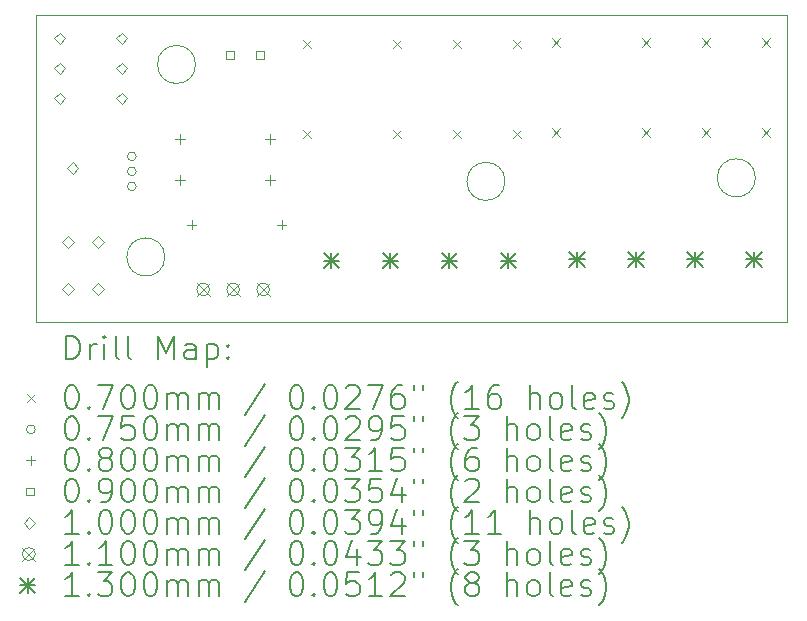
<source format=gbr>
%TF.GenerationSoftware,KiCad,Pcbnew,7.0.9*%
%TF.CreationDate,2024-06-09T17:27:19-04:00*%
%TF.ProjectId,PedalboardMain,50656461-6c62-46f6-9172-644d61696e2e,rev?*%
%TF.SameCoordinates,Original*%
%TF.FileFunction,Drillmap*%
%TF.FilePolarity,Positive*%
%FSLAX45Y45*%
G04 Gerber Fmt 4.5, Leading zero omitted, Abs format (unit mm)*
G04 Created by KiCad (PCBNEW 7.0.9) date 2024-06-09 17:27:19*
%MOMM*%
%LPD*%
G01*
G04 APERTURE LIST*
%ADD10C,0.100000*%
%ADD11C,0.200000*%
%ADD12C,0.110000*%
%ADD13C,0.130000*%
G04 APERTURE END LIST*
D10*
X16271245Y-9110000D02*
G75*
G03*
X16271245Y-9110000I-161245J0D01*
G01*
X13391245Y-9750000D02*
G75*
G03*
X13391245Y-9750000I-161245J0D01*
G01*
X12300000Y-7700000D02*
X18660000Y-7700000D01*
X18660000Y-10300000D01*
X12300000Y-10300000D01*
X12300000Y-7700000D01*
X18391245Y-9080000D02*
G75*
G03*
X18391245Y-9080000I-161245J0D01*
G01*
X13651245Y-8120000D02*
G75*
G03*
X13651245Y-8120000I-161245J0D01*
G01*
D11*
D10*
X14559250Y-7909250D02*
X14629250Y-7979250D01*
X14629250Y-7909250D02*
X14559250Y-7979250D01*
X14559250Y-8671250D02*
X14629250Y-8741250D01*
X14629250Y-8671250D02*
X14559250Y-8741250D01*
X15321250Y-7909250D02*
X15391250Y-7979250D01*
X15391250Y-7909250D02*
X15321250Y-7979250D01*
X15321250Y-8671250D02*
X15391250Y-8741250D01*
X15391250Y-8671250D02*
X15321250Y-8741250D01*
X15829250Y-7909250D02*
X15899250Y-7979250D01*
X15899250Y-7909250D02*
X15829250Y-7979250D01*
X15829250Y-8671250D02*
X15899250Y-8741250D01*
X15899250Y-8671250D02*
X15829250Y-8741250D01*
X16337250Y-7909250D02*
X16407250Y-7979250D01*
X16407250Y-7909250D02*
X16337250Y-7979250D01*
X16337250Y-8671250D02*
X16407250Y-8741250D01*
X16407250Y-8671250D02*
X16337250Y-8741250D01*
X16669250Y-7899250D02*
X16739250Y-7969250D01*
X16739250Y-7899250D02*
X16669250Y-7969250D01*
X16669250Y-8661250D02*
X16739250Y-8731250D01*
X16739250Y-8661250D02*
X16669250Y-8731250D01*
X17431250Y-7899250D02*
X17501250Y-7969250D01*
X17501250Y-7899250D02*
X17431250Y-7969250D01*
X17431250Y-8661250D02*
X17501250Y-8731250D01*
X17501250Y-8661250D02*
X17431250Y-8731250D01*
X17939250Y-7899250D02*
X18009250Y-7969250D01*
X18009250Y-7899250D02*
X17939250Y-7969250D01*
X17939250Y-8661250D02*
X18009250Y-8731250D01*
X18009250Y-8661250D02*
X17939250Y-8731250D01*
X18447250Y-7899250D02*
X18517250Y-7969250D01*
X18517250Y-7899250D02*
X18447250Y-7969250D01*
X18447250Y-8661250D02*
X18517250Y-8731250D01*
X18517250Y-8661250D02*
X18447250Y-8731250D01*
X13148500Y-8898000D02*
G75*
G03*
X13148500Y-8898000I-37500J0D01*
G01*
X13148500Y-9025000D02*
G75*
G03*
X13148500Y-9025000I-37500J0D01*
G01*
X13148500Y-9152000D02*
G75*
G03*
X13148500Y-9152000I-37500J0D01*
G01*
X13519000Y-8710000D02*
X13519000Y-8790000D01*
X13479000Y-8750000D02*
X13559000Y-8750000D01*
X13519000Y-9060000D02*
X13519000Y-9140000D01*
X13479000Y-9100000D02*
X13559000Y-9100000D01*
X13619000Y-9435000D02*
X13619000Y-9515000D01*
X13579000Y-9475000D02*
X13659000Y-9475000D01*
X14281000Y-8710000D02*
X14281000Y-8790000D01*
X14241000Y-8750000D02*
X14321000Y-8750000D01*
X14281000Y-9060000D02*
X14281000Y-9140000D01*
X14241000Y-9100000D02*
X14321000Y-9100000D01*
X14381000Y-9435000D02*
X14381000Y-9515000D01*
X14341000Y-9475000D02*
X14421000Y-9475000D01*
X13974320Y-8071820D02*
X13974320Y-8008180D01*
X13910680Y-8008180D01*
X13910680Y-8071820D01*
X13974320Y-8071820D01*
X14228320Y-8071820D02*
X14228320Y-8008180D01*
X14164680Y-8008180D01*
X14164680Y-8071820D01*
X14228320Y-8071820D01*
X12500000Y-7950000D02*
X12550000Y-7900000D01*
X12500000Y-7850000D01*
X12450000Y-7900000D01*
X12500000Y-7950000D01*
X12500000Y-8204000D02*
X12550000Y-8154000D01*
X12500000Y-8104000D01*
X12450000Y-8154000D01*
X12500000Y-8204000D01*
X12500000Y-8458000D02*
X12550000Y-8408000D01*
X12500000Y-8358000D01*
X12450000Y-8408000D01*
X12500000Y-8458000D01*
X12573500Y-9670000D02*
X12623500Y-9620000D01*
X12573500Y-9570000D01*
X12523500Y-9620000D01*
X12573500Y-9670000D01*
X12573500Y-10070000D02*
X12623500Y-10020000D01*
X12573500Y-9970000D01*
X12523500Y-10020000D01*
X12573500Y-10070000D01*
X12610000Y-9050000D02*
X12660000Y-9000000D01*
X12610000Y-8950000D01*
X12560000Y-9000000D01*
X12610000Y-9050000D01*
X12827500Y-9670000D02*
X12877500Y-9620000D01*
X12827500Y-9570000D01*
X12777500Y-9620000D01*
X12827500Y-9670000D01*
X12827500Y-10070000D02*
X12877500Y-10020000D01*
X12827500Y-9970000D01*
X12777500Y-10020000D01*
X12827500Y-10070000D01*
X13025000Y-7950000D02*
X13075000Y-7900000D01*
X13025000Y-7850000D01*
X12975000Y-7900000D01*
X13025000Y-7950000D01*
X13025000Y-8204000D02*
X13075000Y-8154000D01*
X13025000Y-8104000D01*
X12975000Y-8154000D01*
X13025000Y-8204000D01*
X13025000Y-8458000D02*
X13075000Y-8408000D01*
X13025000Y-8358000D01*
X12975000Y-8408000D01*
X13025000Y-8458000D01*
D12*
X13661000Y-9969500D02*
X13771000Y-10079500D01*
X13771000Y-9969500D02*
X13661000Y-10079500D01*
X13771000Y-10024500D02*
G75*
G03*
X13771000Y-10024500I-55000J0D01*
G01*
X13915000Y-9969500D02*
X14025000Y-10079500D01*
X14025000Y-9969500D02*
X13915000Y-10079500D01*
X14025000Y-10024500D02*
G75*
G03*
X14025000Y-10024500I-55000J0D01*
G01*
X14169000Y-9969500D02*
X14279000Y-10079500D01*
X14279000Y-9969500D02*
X14169000Y-10079500D01*
X14279000Y-10024500D02*
G75*
G03*
X14279000Y-10024500I-55000J0D01*
G01*
D13*
X14735000Y-9715000D02*
X14865000Y-9845000D01*
X14865000Y-9715000D02*
X14735000Y-9845000D01*
X14800000Y-9715000D02*
X14800000Y-9845000D01*
X14735000Y-9780000D02*
X14865000Y-9780000D01*
X15235000Y-9715000D02*
X15365000Y-9845000D01*
X15365000Y-9715000D02*
X15235000Y-9845000D01*
X15300000Y-9715000D02*
X15300000Y-9845000D01*
X15235000Y-9780000D02*
X15365000Y-9780000D01*
X15735000Y-9715000D02*
X15865000Y-9845000D01*
X15865000Y-9715000D02*
X15735000Y-9845000D01*
X15800000Y-9715000D02*
X15800000Y-9845000D01*
X15735000Y-9780000D02*
X15865000Y-9780000D01*
X16235000Y-9715000D02*
X16365000Y-9845000D01*
X16365000Y-9715000D02*
X16235000Y-9845000D01*
X16300000Y-9715000D02*
X16300000Y-9845000D01*
X16235000Y-9780000D02*
X16365000Y-9780000D01*
X16815000Y-9705000D02*
X16945000Y-9835000D01*
X16945000Y-9705000D02*
X16815000Y-9835000D01*
X16880000Y-9705000D02*
X16880000Y-9835000D01*
X16815000Y-9770000D02*
X16945000Y-9770000D01*
X17315000Y-9705000D02*
X17445000Y-9835000D01*
X17445000Y-9705000D02*
X17315000Y-9835000D01*
X17380000Y-9705000D02*
X17380000Y-9835000D01*
X17315000Y-9770000D02*
X17445000Y-9770000D01*
X17815000Y-9705000D02*
X17945000Y-9835000D01*
X17945000Y-9705000D02*
X17815000Y-9835000D01*
X17880000Y-9705000D02*
X17880000Y-9835000D01*
X17815000Y-9770000D02*
X17945000Y-9770000D01*
X18315000Y-9705000D02*
X18445000Y-9835000D01*
X18445000Y-9705000D02*
X18315000Y-9835000D01*
X18380000Y-9705000D02*
X18380000Y-9835000D01*
X18315000Y-9770000D02*
X18445000Y-9770000D01*
D11*
X12555777Y-10616484D02*
X12555777Y-10416484D01*
X12555777Y-10416484D02*
X12603396Y-10416484D01*
X12603396Y-10416484D02*
X12631967Y-10426008D01*
X12631967Y-10426008D02*
X12651015Y-10445055D01*
X12651015Y-10445055D02*
X12660539Y-10464103D01*
X12660539Y-10464103D02*
X12670062Y-10502198D01*
X12670062Y-10502198D02*
X12670062Y-10530770D01*
X12670062Y-10530770D02*
X12660539Y-10568865D01*
X12660539Y-10568865D02*
X12651015Y-10587912D01*
X12651015Y-10587912D02*
X12631967Y-10606960D01*
X12631967Y-10606960D02*
X12603396Y-10616484D01*
X12603396Y-10616484D02*
X12555777Y-10616484D01*
X12755777Y-10616484D02*
X12755777Y-10483150D01*
X12755777Y-10521246D02*
X12765301Y-10502198D01*
X12765301Y-10502198D02*
X12774824Y-10492674D01*
X12774824Y-10492674D02*
X12793872Y-10483150D01*
X12793872Y-10483150D02*
X12812920Y-10483150D01*
X12879586Y-10616484D02*
X12879586Y-10483150D01*
X12879586Y-10416484D02*
X12870062Y-10426008D01*
X12870062Y-10426008D02*
X12879586Y-10435531D01*
X12879586Y-10435531D02*
X12889110Y-10426008D01*
X12889110Y-10426008D02*
X12879586Y-10416484D01*
X12879586Y-10416484D02*
X12879586Y-10435531D01*
X13003396Y-10616484D02*
X12984348Y-10606960D01*
X12984348Y-10606960D02*
X12974824Y-10587912D01*
X12974824Y-10587912D02*
X12974824Y-10416484D01*
X13108158Y-10616484D02*
X13089110Y-10606960D01*
X13089110Y-10606960D02*
X13079586Y-10587912D01*
X13079586Y-10587912D02*
X13079586Y-10416484D01*
X13336729Y-10616484D02*
X13336729Y-10416484D01*
X13336729Y-10416484D02*
X13403396Y-10559341D01*
X13403396Y-10559341D02*
X13470062Y-10416484D01*
X13470062Y-10416484D02*
X13470062Y-10616484D01*
X13651015Y-10616484D02*
X13651015Y-10511722D01*
X13651015Y-10511722D02*
X13641491Y-10492674D01*
X13641491Y-10492674D02*
X13622443Y-10483150D01*
X13622443Y-10483150D02*
X13584348Y-10483150D01*
X13584348Y-10483150D02*
X13565301Y-10492674D01*
X13651015Y-10606960D02*
X13631967Y-10616484D01*
X13631967Y-10616484D02*
X13584348Y-10616484D01*
X13584348Y-10616484D02*
X13565301Y-10606960D01*
X13565301Y-10606960D02*
X13555777Y-10587912D01*
X13555777Y-10587912D02*
X13555777Y-10568865D01*
X13555777Y-10568865D02*
X13565301Y-10549817D01*
X13565301Y-10549817D02*
X13584348Y-10540293D01*
X13584348Y-10540293D02*
X13631967Y-10540293D01*
X13631967Y-10540293D02*
X13651015Y-10530770D01*
X13746253Y-10483150D02*
X13746253Y-10683150D01*
X13746253Y-10492674D02*
X13765301Y-10483150D01*
X13765301Y-10483150D02*
X13803396Y-10483150D01*
X13803396Y-10483150D02*
X13822443Y-10492674D01*
X13822443Y-10492674D02*
X13831967Y-10502198D01*
X13831967Y-10502198D02*
X13841491Y-10521246D01*
X13841491Y-10521246D02*
X13841491Y-10578389D01*
X13841491Y-10578389D02*
X13831967Y-10597436D01*
X13831967Y-10597436D02*
X13822443Y-10606960D01*
X13822443Y-10606960D02*
X13803396Y-10616484D01*
X13803396Y-10616484D02*
X13765301Y-10616484D01*
X13765301Y-10616484D02*
X13746253Y-10606960D01*
X13927205Y-10597436D02*
X13936729Y-10606960D01*
X13936729Y-10606960D02*
X13927205Y-10616484D01*
X13927205Y-10616484D02*
X13917682Y-10606960D01*
X13917682Y-10606960D02*
X13927205Y-10597436D01*
X13927205Y-10597436D02*
X13927205Y-10616484D01*
X13927205Y-10492674D02*
X13936729Y-10502198D01*
X13936729Y-10502198D02*
X13927205Y-10511722D01*
X13927205Y-10511722D02*
X13917682Y-10502198D01*
X13917682Y-10502198D02*
X13927205Y-10492674D01*
X13927205Y-10492674D02*
X13927205Y-10511722D01*
D10*
X12225000Y-10910000D02*
X12295000Y-10980000D01*
X12295000Y-10910000D02*
X12225000Y-10980000D01*
D11*
X12593872Y-10836484D02*
X12612920Y-10836484D01*
X12612920Y-10836484D02*
X12631967Y-10846008D01*
X12631967Y-10846008D02*
X12641491Y-10855531D01*
X12641491Y-10855531D02*
X12651015Y-10874579D01*
X12651015Y-10874579D02*
X12660539Y-10912674D01*
X12660539Y-10912674D02*
X12660539Y-10960293D01*
X12660539Y-10960293D02*
X12651015Y-10998389D01*
X12651015Y-10998389D02*
X12641491Y-11017436D01*
X12641491Y-11017436D02*
X12631967Y-11026960D01*
X12631967Y-11026960D02*
X12612920Y-11036484D01*
X12612920Y-11036484D02*
X12593872Y-11036484D01*
X12593872Y-11036484D02*
X12574824Y-11026960D01*
X12574824Y-11026960D02*
X12565301Y-11017436D01*
X12565301Y-11017436D02*
X12555777Y-10998389D01*
X12555777Y-10998389D02*
X12546253Y-10960293D01*
X12546253Y-10960293D02*
X12546253Y-10912674D01*
X12546253Y-10912674D02*
X12555777Y-10874579D01*
X12555777Y-10874579D02*
X12565301Y-10855531D01*
X12565301Y-10855531D02*
X12574824Y-10846008D01*
X12574824Y-10846008D02*
X12593872Y-10836484D01*
X12746253Y-11017436D02*
X12755777Y-11026960D01*
X12755777Y-11026960D02*
X12746253Y-11036484D01*
X12746253Y-11036484D02*
X12736729Y-11026960D01*
X12736729Y-11026960D02*
X12746253Y-11017436D01*
X12746253Y-11017436D02*
X12746253Y-11036484D01*
X12822443Y-10836484D02*
X12955777Y-10836484D01*
X12955777Y-10836484D02*
X12870062Y-11036484D01*
X13070062Y-10836484D02*
X13089110Y-10836484D01*
X13089110Y-10836484D02*
X13108158Y-10846008D01*
X13108158Y-10846008D02*
X13117682Y-10855531D01*
X13117682Y-10855531D02*
X13127205Y-10874579D01*
X13127205Y-10874579D02*
X13136729Y-10912674D01*
X13136729Y-10912674D02*
X13136729Y-10960293D01*
X13136729Y-10960293D02*
X13127205Y-10998389D01*
X13127205Y-10998389D02*
X13117682Y-11017436D01*
X13117682Y-11017436D02*
X13108158Y-11026960D01*
X13108158Y-11026960D02*
X13089110Y-11036484D01*
X13089110Y-11036484D02*
X13070062Y-11036484D01*
X13070062Y-11036484D02*
X13051015Y-11026960D01*
X13051015Y-11026960D02*
X13041491Y-11017436D01*
X13041491Y-11017436D02*
X13031967Y-10998389D01*
X13031967Y-10998389D02*
X13022443Y-10960293D01*
X13022443Y-10960293D02*
X13022443Y-10912674D01*
X13022443Y-10912674D02*
X13031967Y-10874579D01*
X13031967Y-10874579D02*
X13041491Y-10855531D01*
X13041491Y-10855531D02*
X13051015Y-10846008D01*
X13051015Y-10846008D02*
X13070062Y-10836484D01*
X13260539Y-10836484D02*
X13279586Y-10836484D01*
X13279586Y-10836484D02*
X13298634Y-10846008D01*
X13298634Y-10846008D02*
X13308158Y-10855531D01*
X13308158Y-10855531D02*
X13317682Y-10874579D01*
X13317682Y-10874579D02*
X13327205Y-10912674D01*
X13327205Y-10912674D02*
X13327205Y-10960293D01*
X13327205Y-10960293D02*
X13317682Y-10998389D01*
X13317682Y-10998389D02*
X13308158Y-11017436D01*
X13308158Y-11017436D02*
X13298634Y-11026960D01*
X13298634Y-11026960D02*
X13279586Y-11036484D01*
X13279586Y-11036484D02*
X13260539Y-11036484D01*
X13260539Y-11036484D02*
X13241491Y-11026960D01*
X13241491Y-11026960D02*
X13231967Y-11017436D01*
X13231967Y-11017436D02*
X13222443Y-10998389D01*
X13222443Y-10998389D02*
X13212920Y-10960293D01*
X13212920Y-10960293D02*
X13212920Y-10912674D01*
X13212920Y-10912674D02*
X13222443Y-10874579D01*
X13222443Y-10874579D02*
X13231967Y-10855531D01*
X13231967Y-10855531D02*
X13241491Y-10846008D01*
X13241491Y-10846008D02*
X13260539Y-10836484D01*
X13412920Y-11036484D02*
X13412920Y-10903150D01*
X13412920Y-10922198D02*
X13422443Y-10912674D01*
X13422443Y-10912674D02*
X13441491Y-10903150D01*
X13441491Y-10903150D02*
X13470063Y-10903150D01*
X13470063Y-10903150D02*
X13489110Y-10912674D01*
X13489110Y-10912674D02*
X13498634Y-10931722D01*
X13498634Y-10931722D02*
X13498634Y-11036484D01*
X13498634Y-10931722D02*
X13508158Y-10912674D01*
X13508158Y-10912674D02*
X13527205Y-10903150D01*
X13527205Y-10903150D02*
X13555777Y-10903150D01*
X13555777Y-10903150D02*
X13574824Y-10912674D01*
X13574824Y-10912674D02*
X13584348Y-10931722D01*
X13584348Y-10931722D02*
X13584348Y-11036484D01*
X13679586Y-11036484D02*
X13679586Y-10903150D01*
X13679586Y-10922198D02*
X13689110Y-10912674D01*
X13689110Y-10912674D02*
X13708158Y-10903150D01*
X13708158Y-10903150D02*
X13736729Y-10903150D01*
X13736729Y-10903150D02*
X13755777Y-10912674D01*
X13755777Y-10912674D02*
X13765301Y-10931722D01*
X13765301Y-10931722D02*
X13765301Y-11036484D01*
X13765301Y-10931722D02*
X13774824Y-10912674D01*
X13774824Y-10912674D02*
X13793872Y-10903150D01*
X13793872Y-10903150D02*
X13822443Y-10903150D01*
X13822443Y-10903150D02*
X13841491Y-10912674D01*
X13841491Y-10912674D02*
X13851015Y-10931722D01*
X13851015Y-10931722D02*
X13851015Y-11036484D01*
X14241491Y-10826960D02*
X14070063Y-11084103D01*
X14498634Y-10836484D02*
X14517682Y-10836484D01*
X14517682Y-10836484D02*
X14536729Y-10846008D01*
X14536729Y-10846008D02*
X14546253Y-10855531D01*
X14546253Y-10855531D02*
X14555777Y-10874579D01*
X14555777Y-10874579D02*
X14565301Y-10912674D01*
X14565301Y-10912674D02*
X14565301Y-10960293D01*
X14565301Y-10960293D02*
X14555777Y-10998389D01*
X14555777Y-10998389D02*
X14546253Y-11017436D01*
X14546253Y-11017436D02*
X14536729Y-11026960D01*
X14536729Y-11026960D02*
X14517682Y-11036484D01*
X14517682Y-11036484D02*
X14498634Y-11036484D01*
X14498634Y-11036484D02*
X14479586Y-11026960D01*
X14479586Y-11026960D02*
X14470063Y-11017436D01*
X14470063Y-11017436D02*
X14460539Y-10998389D01*
X14460539Y-10998389D02*
X14451015Y-10960293D01*
X14451015Y-10960293D02*
X14451015Y-10912674D01*
X14451015Y-10912674D02*
X14460539Y-10874579D01*
X14460539Y-10874579D02*
X14470063Y-10855531D01*
X14470063Y-10855531D02*
X14479586Y-10846008D01*
X14479586Y-10846008D02*
X14498634Y-10836484D01*
X14651015Y-11017436D02*
X14660539Y-11026960D01*
X14660539Y-11026960D02*
X14651015Y-11036484D01*
X14651015Y-11036484D02*
X14641491Y-11026960D01*
X14641491Y-11026960D02*
X14651015Y-11017436D01*
X14651015Y-11017436D02*
X14651015Y-11036484D01*
X14784348Y-10836484D02*
X14803396Y-10836484D01*
X14803396Y-10836484D02*
X14822444Y-10846008D01*
X14822444Y-10846008D02*
X14831967Y-10855531D01*
X14831967Y-10855531D02*
X14841491Y-10874579D01*
X14841491Y-10874579D02*
X14851015Y-10912674D01*
X14851015Y-10912674D02*
X14851015Y-10960293D01*
X14851015Y-10960293D02*
X14841491Y-10998389D01*
X14841491Y-10998389D02*
X14831967Y-11017436D01*
X14831967Y-11017436D02*
X14822444Y-11026960D01*
X14822444Y-11026960D02*
X14803396Y-11036484D01*
X14803396Y-11036484D02*
X14784348Y-11036484D01*
X14784348Y-11036484D02*
X14765301Y-11026960D01*
X14765301Y-11026960D02*
X14755777Y-11017436D01*
X14755777Y-11017436D02*
X14746253Y-10998389D01*
X14746253Y-10998389D02*
X14736729Y-10960293D01*
X14736729Y-10960293D02*
X14736729Y-10912674D01*
X14736729Y-10912674D02*
X14746253Y-10874579D01*
X14746253Y-10874579D02*
X14755777Y-10855531D01*
X14755777Y-10855531D02*
X14765301Y-10846008D01*
X14765301Y-10846008D02*
X14784348Y-10836484D01*
X14927206Y-10855531D02*
X14936729Y-10846008D01*
X14936729Y-10846008D02*
X14955777Y-10836484D01*
X14955777Y-10836484D02*
X15003396Y-10836484D01*
X15003396Y-10836484D02*
X15022444Y-10846008D01*
X15022444Y-10846008D02*
X15031967Y-10855531D01*
X15031967Y-10855531D02*
X15041491Y-10874579D01*
X15041491Y-10874579D02*
X15041491Y-10893627D01*
X15041491Y-10893627D02*
X15031967Y-10922198D01*
X15031967Y-10922198D02*
X14917682Y-11036484D01*
X14917682Y-11036484D02*
X15041491Y-11036484D01*
X15108158Y-10836484D02*
X15241491Y-10836484D01*
X15241491Y-10836484D02*
X15155777Y-11036484D01*
X15403396Y-10836484D02*
X15365301Y-10836484D01*
X15365301Y-10836484D02*
X15346253Y-10846008D01*
X15346253Y-10846008D02*
X15336729Y-10855531D01*
X15336729Y-10855531D02*
X15317682Y-10884103D01*
X15317682Y-10884103D02*
X15308158Y-10922198D01*
X15308158Y-10922198D02*
X15308158Y-10998389D01*
X15308158Y-10998389D02*
X15317682Y-11017436D01*
X15317682Y-11017436D02*
X15327206Y-11026960D01*
X15327206Y-11026960D02*
X15346253Y-11036484D01*
X15346253Y-11036484D02*
X15384348Y-11036484D01*
X15384348Y-11036484D02*
X15403396Y-11026960D01*
X15403396Y-11026960D02*
X15412920Y-11017436D01*
X15412920Y-11017436D02*
X15422444Y-10998389D01*
X15422444Y-10998389D02*
X15422444Y-10950770D01*
X15422444Y-10950770D02*
X15412920Y-10931722D01*
X15412920Y-10931722D02*
X15403396Y-10922198D01*
X15403396Y-10922198D02*
X15384348Y-10912674D01*
X15384348Y-10912674D02*
X15346253Y-10912674D01*
X15346253Y-10912674D02*
X15327206Y-10922198D01*
X15327206Y-10922198D02*
X15317682Y-10931722D01*
X15317682Y-10931722D02*
X15308158Y-10950770D01*
X15498634Y-10836484D02*
X15498634Y-10874579D01*
X15574825Y-10836484D02*
X15574825Y-10874579D01*
X15870063Y-11112674D02*
X15860539Y-11103150D01*
X15860539Y-11103150D02*
X15841491Y-11074579D01*
X15841491Y-11074579D02*
X15831968Y-11055531D01*
X15831968Y-11055531D02*
X15822444Y-11026960D01*
X15822444Y-11026960D02*
X15812920Y-10979341D01*
X15812920Y-10979341D02*
X15812920Y-10941246D01*
X15812920Y-10941246D02*
X15822444Y-10893627D01*
X15822444Y-10893627D02*
X15831968Y-10865055D01*
X15831968Y-10865055D02*
X15841491Y-10846008D01*
X15841491Y-10846008D02*
X15860539Y-10817436D01*
X15860539Y-10817436D02*
X15870063Y-10807912D01*
X16051015Y-11036484D02*
X15936729Y-11036484D01*
X15993872Y-11036484D02*
X15993872Y-10836484D01*
X15993872Y-10836484D02*
X15974825Y-10865055D01*
X15974825Y-10865055D02*
X15955777Y-10884103D01*
X15955777Y-10884103D02*
X15936729Y-10893627D01*
X16222444Y-10836484D02*
X16184348Y-10836484D01*
X16184348Y-10836484D02*
X16165301Y-10846008D01*
X16165301Y-10846008D02*
X16155777Y-10855531D01*
X16155777Y-10855531D02*
X16136729Y-10884103D01*
X16136729Y-10884103D02*
X16127206Y-10922198D01*
X16127206Y-10922198D02*
X16127206Y-10998389D01*
X16127206Y-10998389D02*
X16136729Y-11017436D01*
X16136729Y-11017436D02*
X16146253Y-11026960D01*
X16146253Y-11026960D02*
X16165301Y-11036484D01*
X16165301Y-11036484D02*
X16203396Y-11036484D01*
X16203396Y-11036484D02*
X16222444Y-11026960D01*
X16222444Y-11026960D02*
X16231968Y-11017436D01*
X16231968Y-11017436D02*
X16241491Y-10998389D01*
X16241491Y-10998389D02*
X16241491Y-10950770D01*
X16241491Y-10950770D02*
X16231968Y-10931722D01*
X16231968Y-10931722D02*
X16222444Y-10922198D01*
X16222444Y-10922198D02*
X16203396Y-10912674D01*
X16203396Y-10912674D02*
X16165301Y-10912674D01*
X16165301Y-10912674D02*
X16146253Y-10922198D01*
X16146253Y-10922198D02*
X16136729Y-10931722D01*
X16136729Y-10931722D02*
X16127206Y-10950770D01*
X16479587Y-11036484D02*
X16479587Y-10836484D01*
X16565301Y-11036484D02*
X16565301Y-10931722D01*
X16565301Y-10931722D02*
X16555777Y-10912674D01*
X16555777Y-10912674D02*
X16536730Y-10903150D01*
X16536730Y-10903150D02*
X16508158Y-10903150D01*
X16508158Y-10903150D02*
X16489110Y-10912674D01*
X16489110Y-10912674D02*
X16479587Y-10922198D01*
X16689110Y-11036484D02*
X16670063Y-11026960D01*
X16670063Y-11026960D02*
X16660539Y-11017436D01*
X16660539Y-11017436D02*
X16651015Y-10998389D01*
X16651015Y-10998389D02*
X16651015Y-10941246D01*
X16651015Y-10941246D02*
X16660539Y-10922198D01*
X16660539Y-10922198D02*
X16670063Y-10912674D01*
X16670063Y-10912674D02*
X16689110Y-10903150D01*
X16689110Y-10903150D02*
X16717682Y-10903150D01*
X16717682Y-10903150D02*
X16736730Y-10912674D01*
X16736730Y-10912674D02*
X16746253Y-10922198D01*
X16746253Y-10922198D02*
X16755777Y-10941246D01*
X16755777Y-10941246D02*
X16755777Y-10998389D01*
X16755777Y-10998389D02*
X16746253Y-11017436D01*
X16746253Y-11017436D02*
X16736730Y-11026960D01*
X16736730Y-11026960D02*
X16717682Y-11036484D01*
X16717682Y-11036484D02*
X16689110Y-11036484D01*
X16870063Y-11036484D02*
X16851015Y-11026960D01*
X16851015Y-11026960D02*
X16841492Y-11007912D01*
X16841492Y-11007912D02*
X16841492Y-10836484D01*
X17022444Y-11026960D02*
X17003396Y-11036484D01*
X17003396Y-11036484D02*
X16965301Y-11036484D01*
X16965301Y-11036484D02*
X16946253Y-11026960D01*
X16946253Y-11026960D02*
X16936730Y-11007912D01*
X16936730Y-11007912D02*
X16936730Y-10931722D01*
X16936730Y-10931722D02*
X16946253Y-10912674D01*
X16946253Y-10912674D02*
X16965301Y-10903150D01*
X16965301Y-10903150D02*
X17003396Y-10903150D01*
X17003396Y-10903150D02*
X17022444Y-10912674D01*
X17022444Y-10912674D02*
X17031968Y-10931722D01*
X17031968Y-10931722D02*
X17031968Y-10950770D01*
X17031968Y-10950770D02*
X16936730Y-10969817D01*
X17108158Y-11026960D02*
X17127206Y-11036484D01*
X17127206Y-11036484D02*
X17165301Y-11036484D01*
X17165301Y-11036484D02*
X17184349Y-11026960D01*
X17184349Y-11026960D02*
X17193873Y-11007912D01*
X17193873Y-11007912D02*
X17193873Y-10998389D01*
X17193873Y-10998389D02*
X17184349Y-10979341D01*
X17184349Y-10979341D02*
X17165301Y-10969817D01*
X17165301Y-10969817D02*
X17136730Y-10969817D01*
X17136730Y-10969817D02*
X17117682Y-10960293D01*
X17117682Y-10960293D02*
X17108158Y-10941246D01*
X17108158Y-10941246D02*
X17108158Y-10931722D01*
X17108158Y-10931722D02*
X17117682Y-10912674D01*
X17117682Y-10912674D02*
X17136730Y-10903150D01*
X17136730Y-10903150D02*
X17165301Y-10903150D01*
X17165301Y-10903150D02*
X17184349Y-10912674D01*
X17260539Y-11112674D02*
X17270063Y-11103150D01*
X17270063Y-11103150D02*
X17289111Y-11074579D01*
X17289111Y-11074579D02*
X17298634Y-11055531D01*
X17298634Y-11055531D02*
X17308158Y-11026960D01*
X17308158Y-11026960D02*
X17317682Y-10979341D01*
X17317682Y-10979341D02*
X17317682Y-10941246D01*
X17317682Y-10941246D02*
X17308158Y-10893627D01*
X17308158Y-10893627D02*
X17298634Y-10865055D01*
X17298634Y-10865055D02*
X17289111Y-10846008D01*
X17289111Y-10846008D02*
X17270063Y-10817436D01*
X17270063Y-10817436D02*
X17260539Y-10807912D01*
D10*
X12295000Y-11209000D02*
G75*
G03*
X12295000Y-11209000I-37500J0D01*
G01*
D11*
X12593872Y-11100484D02*
X12612920Y-11100484D01*
X12612920Y-11100484D02*
X12631967Y-11110008D01*
X12631967Y-11110008D02*
X12641491Y-11119531D01*
X12641491Y-11119531D02*
X12651015Y-11138579D01*
X12651015Y-11138579D02*
X12660539Y-11176674D01*
X12660539Y-11176674D02*
X12660539Y-11224293D01*
X12660539Y-11224293D02*
X12651015Y-11262388D01*
X12651015Y-11262388D02*
X12641491Y-11281436D01*
X12641491Y-11281436D02*
X12631967Y-11290960D01*
X12631967Y-11290960D02*
X12612920Y-11300484D01*
X12612920Y-11300484D02*
X12593872Y-11300484D01*
X12593872Y-11300484D02*
X12574824Y-11290960D01*
X12574824Y-11290960D02*
X12565301Y-11281436D01*
X12565301Y-11281436D02*
X12555777Y-11262388D01*
X12555777Y-11262388D02*
X12546253Y-11224293D01*
X12546253Y-11224293D02*
X12546253Y-11176674D01*
X12546253Y-11176674D02*
X12555777Y-11138579D01*
X12555777Y-11138579D02*
X12565301Y-11119531D01*
X12565301Y-11119531D02*
X12574824Y-11110008D01*
X12574824Y-11110008D02*
X12593872Y-11100484D01*
X12746253Y-11281436D02*
X12755777Y-11290960D01*
X12755777Y-11290960D02*
X12746253Y-11300484D01*
X12746253Y-11300484D02*
X12736729Y-11290960D01*
X12736729Y-11290960D02*
X12746253Y-11281436D01*
X12746253Y-11281436D02*
X12746253Y-11300484D01*
X12822443Y-11100484D02*
X12955777Y-11100484D01*
X12955777Y-11100484D02*
X12870062Y-11300484D01*
X13127205Y-11100484D02*
X13031967Y-11100484D01*
X13031967Y-11100484D02*
X13022443Y-11195722D01*
X13022443Y-11195722D02*
X13031967Y-11186198D01*
X13031967Y-11186198D02*
X13051015Y-11176674D01*
X13051015Y-11176674D02*
X13098634Y-11176674D01*
X13098634Y-11176674D02*
X13117682Y-11186198D01*
X13117682Y-11186198D02*
X13127205Y-11195722D01*
X13127205Y-11195722D02*
X13136729Y-11214769D01*
X13136729Y-11214769D02*
X13136729Y-11262388D01*
X13136729Y-11262388D02*
X13127205Y-11281436D01*
X13127205Y-11281436D02*
X13117682Y-11290960D01*
X13117682Y-11290960D02*
X13098634Y-11300484D01*
X13098634Y-11300484D02*
X13051015Y-11300484D01*
X13051015Y-11300484D02*
X13031967Y-11290960D01*
X13031967Y-11290960D02*
X13022443Y-11281436D01*
X13260539Y-11100484D02*
X13279586Y-11100484D01*
X13279586Y-11100484D02*
X13298634Y-11110008D01*
X13298634Y-11110008D02*
X13308158Y-11119531D01*
X13308158Y-11119531D02*
X13317682Y-11138579D01*
X13317682Y-11138579D02*
X13327205Y-11176674D01*
X13327205Y-11176674D02*
X13327205Y-11224293D01*
X13327205Y-11224293D02*
X13317682Y-11262388D01*
X13317682Y-11262388D02*
X13308158Y-11281436D01*
X13308158Y-11281436D02*
X13298634Y-11290960D01*
X13298634Y-11290960D02*
X13279586Y-11300484D01*
X13279586Y-11300484D02*
X13260539Y-11300484D01*
X13260539Y-11300484D02*
X13241491Y-11290960D01*
X13241491Y-11290960D02*
X13231967Y-11281436D01*
X13231967Y-11281436D02*
X13222443Y-11262388D01*
X13222443Y-11262388D02*
X13212920Y-11224293D01*
X13212920Y-11224293D02*
X13212920Y-11176674D01*
X13212920Y-11176674D02*
X13222443Y-11138579D01*
X13222443Y-11138579D02*
X13231967Y-11119531D01*
X13231967Y-11119531D02*
X13241491Y-11110008D01*
X13241491Y-11110008D02*
X13260539Y-11100484D01*
X13412920Y-11300484D02*
X13412920Y-11167150D01*
X13412920Y-11186198D02*
X13422443Y-11176674D01*
X13422443Y-11176674D02*
X13441491Y-11167150D01*
X13441491Y-11167150D02*
X13470063Y-11167150D01*
X13470063Y-11167150D02*
X13489110Y-11176674D01*
X13489110Y-11176674D02*
X13498634Y-11195722D01*
X13498634Y-11195722D02*
X13498634Y-11300484D01*
X13498634Y-11195722D02*
X13508158Y-11176674D01*
X13508158Y-11176674D02*
X13527205Y-11167150D01*
X13527205Y-11167150D02*
X13555777Y-11167150D01*
X13555777Y-11167150D02*
X13574824Y-11176674D01*
X13574824Y-11176674D02*
X13584348Y-11195722D01*
X13584348Y-11195722D02*
X13584348Y-11300484D01*
X13679586Y-11300484D02*
X13679586Y-11167150D01*
X13679586Y-11186198D02*
X13689110Y-11176674D01*
X13689110Y-11176674D02*
X13708158Y-11167150D01*
X13708158Y-11167150D02*
X13736729Y-11167150D01*
X13736729Y-11167150D02*
X13755777Y-11176674D01*
X13755777Y-11176674D02*
X13765301Y-11195722D01*
X13765301Y-11195722D02*
X13765301Y-11300484D01*
X13765301Y-11195722D02*
X13774824Y-11176674D01*
X13774824Y-11176674D02*
X13793872Y-11167150D01*
X13793872Y-11167150D02*
X13822443Y-11167150D01*
X13822443Y-11167150D02*
X13841491Y-11176674D01*
X13841491Y-11176674D02*
X13851015Y-11195722D01*
X13851015Y-11195722D02*
X13851015Y-11300484D01*
X14241491Y-11090960D02*
X14070063Y-11348103D01*
X14498634Y-11100484D02*
X14517682Y-11100484D01*
X14517682Y-11100484D02*
X14536729Y-11110008D01*
X14536729Y-11110008D02*
X14546253Y-11119531D01*
X14546253Y-11119531D02*
X14555777Y-11138579D01*
X14555777Y-11138579D02*
X14565301Y-11176674D01*
X14565301Y-11176674D02*
X14565301Y-11224293D01*
X14565301Y-11224293D02*
X14555777Y-11262388D01*
X14555777Y-11262388D02*
X14546253Y-11281436D01*
X14546253Y-11281436D02*
X14536729Y-11290960D01*
X14536729Y-11290960D02*
X14517682Y-11300484D01*
X14517682Y-11300484D02*
X14498634Y-11300484D01*
X14498634Y-11300484D02*
X14479586Y-11290960D01*
X14479586Y-11290960D02*
X14470063Y-11281436D01*
X14470063Y-11281436D02*
X14460539Y-11262388D01*
X14460539Y-11262388D02*
X14451015Y-11224293D01*
X14451015Y-11224293D02*
X14451015Y-11176674D01*
X14451015Y-11176674D02*
X14460539Y-11138579D01*
X14460539Y-11138579D02*
X14470063Y-11119531D01*
X14470063Y-11119531D02*
X14479586Y-11110008D01*
X14479586Y-11110008D02*
X14498634Y-11100484D01*
X14651015Y-11281436D02*
X14660539Y-11290960D01*
X14660539Y-11290960D02*
X14651015Y-11300484D01*
X14651015Y-11300484D02*
X14641491Y-11290960D01*
X14641491Y-11290960D02*
X14651015Y-11281436D01*
X14651015Y-11281436D02*
X14651015Y-11300484D01*
X14784348Y-11100484D02*
X14803396Y-11100484D01*
X14803396Y-11100484D02*
X14822444Y-11110008D01*
X14822444Y-11110008D02*
X14831967Y-11119531D01*
X14831967Y-11119531D02*
X14841491Y-11138579D01*
X14841491Y-11138579D02*
X14851015Y-11176674D01*
X14851015Y-11176674D02*
X14851015Y-11224293D01*
X14851015Y-11224293D02*
X14841491Y-11262388D01*
X14841491Y-11262388D02*
X14831967Y-11281436D01*
X14831967Y-11281436D02*
X14822444Y-11290960D01*
X14822444Y-11290960D02*
X14803396Y-11300484D01*
X14803396Y-11300484D02*
X14784348Y-11300484D01*
X14784348Y-11300484D02*
X14765301Y-11290960D01*
X14765301Y-11290960D02*
X14755777Y-11281436D01*
X14755777Y-11281436D02*
X14746253Y-11262388D01*
X14746253Y-11262388D02*
X14736729Y-11224293D01*
X14736729Y-11224293D02*
X14736729Y-11176674D01*
X14736729Y-11176674D02*
X14746253Y-11138579D01*
X14746253Y-11138579D02*
X14755777Y-11119531D01*
X14755777Y-11119531D02*
X14765301Y-11110008D01*
X14765301Y-11110008D02*
X14784348Y-11100484D01*
X14927206Y-11119531D02*
X14936729Y-11110008D01*
X14936729Y-11110008D02*
X14955777Y-11100484D01*
X14955777Y-11100484D02*
X15003396Y-11100484D01*
X15003396Y-11100484D02*
X15022444Y-11110008D01*
X15022444Y-11110008D02*
X15031967Y-11119531D01*
X15031967Y-11119531D02*
X15041491Y-11138579D01*
X15041491Y-11138579D02*
X15041491Y-11157627D01*
X15041491Y-11157627D02*
X15031967Y-11186198D01*
X15031967Y-11186198D02*
X14917682Y-11300484D01*
X14917682Y-11300484D02*
X15041491Y-11300484D01*
X15136729Y-11300484D02*
X15174825Y-11300484D01*
X15174825Y-11300484D02*
X15193872Y-11290960D01*
X15193872Y-11290960D02*
X15203396Y-11281436D01*
X15203396Y-11281436D02*
X15222444Y-11252865D01*
X15222444Y-11252865D02*
X15231967Y-11214769D01*
X15231967Y-11214769D02*
X15231967Y-11138579D01*
X15231967Y-11138579D02*
X15222444Y-11119531D01*
X15222444Y-11119531D02*
X15212920Y-11110008D01*
X15212920Y-11110008D02*
X15193872Y-11100484D01*
X15193872Y-11100484D02*
X15155777Y-11100484D01*
X15155777Y-11100484D02*
X15136729Y-11110008D01*
X15136729Y-11110008D02*
X15127206Y-11119531D01*
X15127206Y-11119531D02*
X15117682Y-11138579D01*
X15117682Y-11138579D02*
X15117682Y-11186198D01*
X15117682Y-11186198D02*
X15127206Y-11205246D01*
X15127206Y-11205246D02*
X15136729Y-11214769D01*
X15136729Y-11214769D02*
X15155777Y-11224293D01*
X15155777Y-11224293D02*
X15193872Y-11224293D01*
X15193872Y-11224293D02*
X15212920Y-11214769D01*
X15212920Y-11214769D02*
X15222444Y-11205246D01*
X15222444Y-11205246D02*
X15231967Y-11186198D01*
X15412920Y-11100484D02*
X15317682Y-11100484D01*
X15317682Y-11100484D02*
X15308158Y-11195722D01*
X15308158Y-11195722D02*
X15317682Y-11186198D01*
X15317682Y-11186198D02*
X15336729Y-11176674D01*
X15336729Y-11176674D02*
X15384348Y-11176674D01*
X15384348Y-11176674D02*
X15403396Y-11186198D01*
X15403396Y-11186198D02*
X15412920Y-11195722D01*
X15412920Y-11195722D02*
X15422444Y-11214769D01*
X15422444Y-11214769D02*
X15422444Y-11262388D01*
X15422444Y-11262388D02*
X15412920Y-11281436D01*
X15412920Y-11281436D02*
X15403396Y-11290960D01*
X15403396Y-11290960D02*
X15384348Y-11300484D01*
X15384348Y-11300484D02*
X15336729Y-11300484D01*
X15336729Y-11300484D02*
X15317682Y-11290960D01*
X15317682Y-11290960D02*
X15308158Y-11281436D01*
X15498634Y-11100484D02*
X15498634Y-11138579D01*
X15574825Y-11100484D02*
X15574825Y-11138579D01*
X15870063Y-11376674D02*
X15860539Y-11367150D01*
X15860539Y-11367150D02*
X15841491Y-11338579D01*
X15841491Y-11338579D02*
X15831968Y-11319531D01*
X15831968Y-11319531D02*
X15822444Y-11290960D01*
X15822444Y-11290960D02*
X15812920Y-11243341D01*
X15812920Y-11243341D02*
X15812920Y-11205246D01*
X15812920Y-11205246D02*
X15822444Y-11157627D01*
X15822444Y-11157627D02*
X15831968Y-11129055D01*
X15831968Y-11129055D02*
X15841491Y-11110008D01*
X15841491Y-11110008D02*
X15860539Y-11081436D01*
X15860539Y-11081436D02*
X15870063Y-11071912D01*
X15927206Y-11100484D02*
X16051015Y-11100484D01*
X16051015Y-11100484D02*
X15984348Y-11176674D01*
X15984348Y-11176674D02*
X16012920Y-11176674D01*
X16012920Y-11176674D02*
X16031968Y-11186198D01*
X16031968Y-11186198D02*
X16041491Y-11195722D01*
X16041491Y-11195722D02*
X16051015Y-11214769D01*
X16051015Y-11214769D02*
X16051015Y-11262388D01*
X16051015Y-11262388D02*
X16041491Y-11281436D01*
X16041491Y-11281436D02*
X16031968Y-11290960D01*
X16031968Y-11290960D02*
X16012920Y-11300484D01*
X16012920Y-11300484D02*
X15955777Y-11300484D01*
X15955777Y-11300484D02*
X15936729Y-11290960D01*
X15936729Y-11290960D02*
X15927206Y-11281436D01*
X16289110Y-11300484D02*
X16289110Y-11100484D01*
X16374825Y-11300484D02*
X16374825Y-11195722D01*
X16374825Y-11195722D02*
X16365301Y-11176674D01*
X16365301Y-11176674D02*
X16346253Y-11167150D01*
X16346253Y-11167150D02*
X16317682Y-11167150D01*
X16317682Y-11167150D02*
X16298634Y-11176674D01*
X16298634Y-11176674D02*
X16289110Y-11186198D01*
X16498634Y-11300484D02*
X16479587Y-11290960D01*
X16479587Y-11290960D02*
X16470063Y-11281436D01*
X16470063Y-11281436D02*
X16460539Y-11262388D01*
X16460539Y-11262388D02*
X16460539Y-11205246D01*
X16460539Y-11205246D02*
X16470063Y-11186198D01*
X16470063Y-11186198D02*
X16479587Y-11176674D01*
X16479587Y-11176674D02*
X16498634Y-11167150D01*
X16498634Y-11167150D02*
X16527206Y-11167150D01*
X16527206Y-11167150D02*
X16546253Y-11176674D01*
X16546253Y-11176674D02*
X16555777Y-11186198D01*
X16555777Y-11186198D02*
X16565301Y-11205246D01*
X16565301Y-11205246D02*
X16565301Y-11262388D01*
X16565301Y-11262388D02*
X16555777Y-11281436D01*
X16555777Y-11281436D02*
X16546253Y-11290960D01*
X16546253Y-11290960D02*
X16527206Y-11300484D01*
X16527206Y-11300484D02*
X16498634Y-11300484D01*
X16679587Y-11300484D02*
X16660539Y-11290960D01*
X16660539Y-11290960D02*
X16651015Y-11271912D01*
X16651015Y-11271912D02*
X16651015Y-11100484D01*
X16831968Y-11290960D02*
X16812920Y-11300484D01*
X16812920Y-11300484D02*
X16774825Y-11300484D01*
X16774825Y-11300484D02*
X16755777Y-11290960D01*
X16755777Y-11290960D02*
X16746253Y-11271912D01*
X16746253Y-11271912D02*
X16746253Y-11195722D01*
X16746253Y-11195722D02*
X16755777Y-11176674D01*
X16755777Y-11176674D02*
X16774825Y-11167150D01*
X16774825Y-11167150D02*
X16812920Y-11167150D01*
X16812920Y-11167150D02*
X16831968Y-11176674D01*
X16831968Y-11176674D02*
X16841492Y-11195722D01*
X16841492Y-11195722D02*
X16841492Y-11214769D01*
X16841492Y-11214769D02*
X16746253Y-11233817D01*
X16917682Y-11290960D02*
X16936730Y-11300484D01*
X16936730Y-11300484D02*
X16974825Y-11300484D01*
X16974825Y-11300484D02*
X16993873Y-11290960D01*
X16993873Y-11290960D02*
X17003396Y-11271912D01*
X17003396Y-11271912D02*
X17003396Y-11262388D01*
X17003396Y-11262388D02*
X16993873Y-11243341D01*
X16993873Y-11243341D02*
X16974825Y-11233817D01*
X16974825Y-11233817D02*
X16946253Y-11233817D01*
X16946253Y-11233817D02*
X16927206Y-11224293D01*
X16927206Y-11224293D02*
X16917682Y-11205246D01*
X16917682Y-11205246D02*
X16917682Y-11195722D01*
X16917682Y-11195722D02*
X16927206Y-11176674D01*
X16927206Y-11176674D02*
X16946253Y-11167150D01*
X16946253Y-11167150D02*
X16974825Y-11167150D01*
X16974825Y-11167150D02*
X16993873Y-11176674D01*
X17070063Y-11376674D02*
X17079587Y-11367150D01*
X17079587Y-11367150D02*
X17098634Y-11338579D01*
X17098634Y-11338579D02*
X17108158Y-11319531D01*
X17108158Y-11319531D02*
X17117682Y-11290960D01*
X17117682Y-11290960D02*
X17127206Y-11243341D01*
X17127206Y-11243341D02*
X17127206Y-11205246D01*
X17127206Y-11205246D02*
X17117682Y-11157627D01*
X17117682Y-11157627D02*
X17108158Y-11129055D01*
X17108158Y-11129055D02*
X17098634Y-11110008D01*
X17098634Y-11110008D02*
X17079587Y-11081436D01*
X17079587Y-11081436D02*
X17070063Y-11071912D01*
D10*
X12255000Y-11433000D02*
X12255000Y-11513000D01*
X12215000Y-11473000D02*
X12295000Y-11473000D01*
D11*
X12593872Y-11364484D02*
X12612920Y-11364484D01*
X12612920Y-11364484D02*
X12631967Y-11374008D01*
X12631967Y-11374008D02*
X12641491Y-11383531D01*
X12641491Y-11383531D02*
X12651015Y-11402579D01*
X12651015Y-11402579D02*
X12660539Y-11440674D01*
X12660539Y-11440674D02*
X12660539Y-11488293D01*
X12660539Y-11488293D02*
X12651015Y-11526388D01*
X12651015Y-11526388D02*
X12641491Y-11545436D01*
X12641491Y-11545436D02*
X12631967Y-11554960D01*
X12631967Y-11554960D02*
X12612920Y-11564484D01*
X12612920Y-11564484D02*
X12593872Y-11564484D01*
X12593872Y-11564484D02*
X12574824Y-11554960D01*
X12574824Y-11554960D02*
X12565301Y-11545436D01*
X12565301Y-11545436D02*
X12555777Y-11526388D01*
X12555777Y-11526388D02*
X12546253Y-11488293D01*
X12546253Y-11488293D02*
X12546253Y-11440674D01*
X12546253Y-11440674D02*
X12555777Y-11402579D01*
X12555777Y-11402579D02*
X12565301Y-11383531D01*
X12565301Y-11383531D02*
X12574824Y-11374008D01*
X12574824Y-11374008D02*
X12593872Y-11364484D01*
X12746253Y-11545436D02*
X12755777Y-11554960D01*
X12755777Y-11554960D02*
X12746253Y-11564484D01*
X12746253Y-11564484D02*
X12736729Y-11554960D01*
X12736729Y-11554960D02*
X12746253Y-11545436D01*
X12746253Y-11545436D02*
X12746253Y-11564484D01*
X12870062Y-11450198D02*
X12851015Y-11440674D01*
X12851015Y-11440674D02*
X12841491Y-11431150D01*
X12841491Y-11431150D02*
X12831967Y-11412103D01*
X12831967Y-11412103D02*
X12831967Y-11402579D01*
X12831967Y-11402579D02*
X12841491Y-11383531D01*
X12841491Y-11383531D02*
X12851015Y-11374008D01*
X12851015Y-11374008D02*
X12870062Y-11364484D01*
X12870062Y-11364484D02*
X12908158Y-11364484D01*
X12908158Y-11364484D02*
X12927205Y-11374008D01*
X12927205Y-11374008D02*
X12936729Y-11383531D01*
X12936729Y-11383531D02*
X12946253Y-11402579D01*
X12946253Y-11402579D02*
X12946253Y-11412103D01*
X12946253Y-11412103D02*
X12936729Y-11431150D01*
X12936729Y-11431150D02*
X12927205Y-11440674D01*
X12927205Y-11440674D02*
X12908158Y-11450198D01*
X12908158Y-11450198D02*
X12870062Y-11450198D01*
X12870062Y-11450198D02*
X12851015Y-11459722D01*
X12851015Y-11459722D02*
X12841491Y-11469246D01*
X12841491Y-11469246D02*
X12831967Y-11488293D01*
X12831967Y-11488293D02*
X12831967Y-11526388D01*
X12831967Y-11526388D02*
X12841491Y-11545436D01*
X12841491Y-11545436D02*
X12851015Y-11554960D01*
X12851015Y-11554960D02*
X12870062Y-11564484D01*
X12870062Y-11564484D02*
X12908158Y-11564484D01*
X12908158Y-11564484D02*
X12927205Y-11554960D01*
X12927205Y-11554960D02*
X12936729Y-11545436D01*
X12936729Y-11545436D02*
X12946253Y-11526388D01*
X12946253Y-11526388D02*
X12946253Y-11488293D01*
X12946253Y-11488293D02*
X12936729Y-11469246D01*
X12936729Y-11469246D02*
X12927205Y-11459722D01*
X12927205Y-11459722D02*
X12908158Y-11450198D01*
X13070062Y-11364484D02*
X13089110Y-11364484D01*
X13089110Y-11364484D02*
X13108158Y-11374008D01*
X13108158Y-11374008D02*
X13117682Y-11383531D01*
X13117682Y-11383531D02*
X13127205Y-11402579D01*
X13127205Y-11402579D02*
X13136729Y-11440674D01*
X13136729Y-11440674D02*
X13136729Y-11488293D01*
X13136729Y-11488293D02*
X13127205Y-11526388D01*
X13127205Y-11526388D02*
X13117682Y-11545436D01*
X13117682Y-11545436D02*
X13108158Y-11554960D01*
X13108158Y-11554960D02*
X13089110Y-11564484D01*
X13089110Y-11564484D02*
X13070062Y-11564484D01*
X13070062Y-11564484D02*
X13051015Y-11554960D01*
X13051015Y-11554960D02*
X13041491Y-11545436D01*
X13041491Y-11545436D02*
X13031967Y-11526388D01*
X13031967Y-11526388D02*
X13022443Y-11488293D01*
X13022443Y-11488293D02*
X13022443Y-11440674D01*
X13022443Y-11440674D02*
X13031967Y-11402579D01*
X13031967Y-11402579D02*
X13041491Y-11383531D01*
X13041491Y-11383531D02*
X13051015Y-11374008D01*
X13051015Y-11374008D02*
X13070062Y-11364484D01*
X13260539Y-11364484D02*
X13279586Y-11364484D01*
X13279586Y-11364484D02*
X13298634Y-11374008D01*
X13298634Y-11374008D02*
X13308158Y-11383531D01*
X13308158Y-11383531D02*
X13317682Y-11402579D01*
X13317682Y-11402579D02*
X13327205Y-11440674D01*
X13327205Y-11440674D02*
X13327205Y-11488293D01*
X13327205Y-11488293D02*
X13317682Y-11526388D01*
X13317682Y-11526388D02*
X13308158Y-11545436D01*
X13308158Y-11545436D02*
X13298634Y-11554960D01*
X13298634Y-11554960D02*
X13279586Y-11564484D01*
X13279586Y-11564484D02*
X13260539Y-11564484D01*
X13260539Y-11564484D02*
X13241491Y-11554960D01*
X13241491Y-11554960D02*
X13231967Y-11545436D01*
X13231967Y-11545436D02*
X13222443Y-11526388D01*
X13222443Y-11526388D02*
X13212920Y-11488293D01*
X13212920Y-11488293D02*
X13212920Y-11440674D01*
X13212920Y-11440674D02*
X13222443Y-11402579D01*
X13222443Y-11402579D02*
X13231967Y-11383531D01*
X13231967Y-11383531D02*
X13241491Y-11374008D01*
X13241491Y-11374008D02*
X13260539Y-11364484D01*
X13412920Y-11564484D02*
X13412920Y-11431150D01*
X13412920Y-11450198D02*
X13422443Y-11440674D01*
X13422443Y-11440674D02*
X13441491Y-11431150D01*
X13441491Y-11431150D02*
X13470063Y-11431150D01*
X13470063Y-11431150D02*
X13489110Y-11440674D01*
X13489110Y-11440674D02*
X13498634Y-11459722D01*
X13498634Y-11459722D02*
X13498634Y-11564484D01*
X13498634Y-11459722D02*
X13508158Y-11440674D01*
X13508158Y-11440674D02*
X13527205Y-11431150D01*
X13527205Y-11431150D02*
X13555777Y-11431150D01*
X13555777Y-11431150D02*
X13574824Y-11440674D01*
X13574824Y-11440674D02*
X13584348Y-11459722D01*
X13584348Y-11459722D02*
X13584348Y-11564484D01*
X13679586Y-11564484D02*
X13679586Y-11431150D01*
X13679586Y-11450198D02*
X13689110Y-11440674D01*
X13689110Y-11440674D02*
X13708158Y-11431150D01*
X13708158Y-11431150D02*
X13736729Y-11431150D01*
X13736729Y-11431150D02*
X13755777Y-11440674D01*
X13755777Y-11440674D02*
X13765301Y-11459722D01*
X13765301Y-11459722D02*
X13765301Y-11564484D01*
X13765301Y-11459722D02*
X13774824Y-11440674D01*
X13774824Y-11440674D02*
X13793872Y-11431150D01*
X13793872Y-11431150D02*
X13822443Y-11431150D01*
X13822443Y-11431150D02*
X13841491Y-11440674D01*
X13841491Y-11440674D02*
X13851015Y-11459722D01*
X13851015Y-11459722D02*
X13851015Y-11564484D01*
X14241491Y-11354960D02*
X14070063Y-11612103D01*
X14498634Y-11364484D02*
X14517682Y-11364484D01*
X14517682Y-11364484D02*
X14536729Y-11374008D01*
X14536729Y-11374008D02*
X14546253Y-11383531D01*
X14546253Y-11383531D02*
X14555777Y-11402579D01*
X14555777Y-11402579D02*
X14565301Y-11440674D01*
X14565301Y-11440674D02*
X14565301Y-11488293D01*
X14565301Y-11488293D02*
X14555777Y-11526388D01*
X14555777Y-11526388D02*
X14546253Y-11545436D01*
X14546253Y-11545436D02*
X14536729Y-11554960D01*
X14536729Y-11554960D02*
X14517682Y-11564484D01*
X14517682Y-11564484D02*
X14498634Y-11564484D01*
X14498634Y-11564484D02*
X14479586Y-11554960D01*
X14479586Y-11554960D02*
X14470063Y-11545436D01*
X14470063Y-11545436D02*
X14460539Y-11526388D01*
X14460539Y-11526388D02*
X14451015Y-11488293D01*
X14451015Y-11488293D02*
X14451015Y-11440674D01*
X14451015Y-11440674D02*
X14460539Y-11402579D01*
X14460539Y-11402579D02*
X14470063Y-11383531D01*
X14470063Y-11383531D02*
X14479586Y-11374008D01*
X14479586Y-11374008D02*
X14498634Y-11364484D01*
X14651015Y-11545436D02*
X14660539Y-11554960D01*
X14660539Y-11554960D02*
X14651015Y-11564484D01*
X14651015Y-11564484D02*
X14641491Y-11554960D01*
X14641491Y-11554960D02*
X14651015Y-11545436D01*
X14651015Y-11545436D02*
X14651015Y-11564484D01*
X14784348Y-11364484D02*
X14803396Y-11364484D01*
X14803396Y-11364484D02*
X14822444Y-11374008D01*
X14822444Y-11374008D02*
X14831967Y-11383531D01*
X14831967Y-11383531D02*
X14841491Y-11402579D01*
X14841491Y-11402579D02*
X14851015Y-11440674D01*
X14851015Y-11440674D02*
X14851015Y-11488293D01*
X14851015Y-11488293D02*
X14841491Y-11526388D01*
X14841491Y-11526388D02*
X14831967Y-11545436D01*
X14831967Y-11545436D02*
X14822444Y-11554960D01*
X14822444Y-11554960D02*
X14803396Y-11564484D01*
X14803396Y-11564484D02*
X14784348Y-11564484D01*
X14784348Y-11564484D02*
X14765301Y-11554960D01*
X14765301Y-11554960D02*
X14755777Y-11545436D01*
X14755777Y-11545436D02*
X14746253Y-11526388D01*
X14746253Y-11526388D02*
X14736729Y-11488293D01*
X14736729Y-11488293D02*
X14736729Y-11440674D01*
X14736729Y-11440674D02*
X14746253Y-11402579D01*
X14746253Y-11402579D02*
X14755777Y-11383531D01*
X14755777Y-11383531D02*
X14765301Y-11374008D01*
X14765301Y-11374008D02*
X14784348Y-11364484D01*
X14917682Y-11364484D02*
X15041491Y-11364484D01*
X15041491Y-11364484D02*
X14974825Y-11440674D01*
X14974825Y-11440674D02*
X15003396Y-11440674D01*
X15003396Y-11440674D02*
X15022444Y-11450198D01*
X15022444Y-11450198D02*
X15031967Y-11459722D01*
X15031967Y-11459722D02*
X15041491Y-11478769D01*
X15041491Y-11478769D02*
X15041491Y-11526388D01*
X15041491Y-11526388D02*
X15031967Y-11545436D01*
X15031967Y-11545436D02*
X15022444Y-11554960D01*
X15022444Y-11554960D02*
X15003396Y-11564484D01*
X15003396Y-11564484D02*
X14946253Y-11564484D01*
X14946253Y-11564484D02*
X14927206Y-11554960D01*
X14927206Y-11554960D02*
X14917682Y-11545436D01*
X15231967Y-11564484D02*
X15117682Y-11564484D01*
X15174825Y-11564484D02*
X15174825Y-11364484D01*
X15174825Y-11364484D02*
X15155777Y-11393055D01*
X15155777Y-11393055D02*
X15136729Y-11412103D01*
X15136729Y-11412103D02*
X15117682Y-11421627D01*
X15412920Y-11364484D02*
X15317682Y-11364484D01*
X15317682Y-11364484D02*
X15308158Y-11459722D01*
X15308158Y-11459722D02*
X15317682Y-11450198D01*
X15317682Y-11450198D02*
X15336729Y-11440674D01*
X15336729Y-11440674D02*
X15384348Y-11440674D01*
X15384348Y-11440674D02*
X15403396Y-11450198D01*
X15403396Y-11450198D02*
X15412920Y-11459722D01*
X15412920Y-11459722D02*
X15422444Y-11478769D01*
X15422444Y-11478769D02*
X15422444Y-11526388D01*
X15422444Y-11526388D02*
X15412920Y-11545436D01*
X15412920Y-11545436D02*
X15403396Y-11554960D01*
X15403396Y-11554960D02*
X15384348Y-11564484D01*
X15384348Y-11564484D02*
X15336729Y-11564484D01*
X15336729Y-11564484D02*
X15317682Y-11554960D01*
X15317682Y-11554960D02*
X15308158Y-11545436D01*
X15498634Y-11364484D02*
X15498634Y-11402579D01*
X15574825Y-11364484D02*
X15574825Y-11402579D01*
X15870063Y-11640674D02*
X15860539Y-11631150D01*
X15860539Y-11631150D02*
X15841491Y-11602579D01*
X15841491Y-11602579D02*
X15831968Y-11583531D01*
X15831968Y-11583531D02*
X15822444Y-11554960D01*
X15822444Y-11554960D02*
X15812920Y-11507341D01*
X15812920Y-11507341D02*
X15812920Y-11469246D01*
X15812920Y-11469246D02*
X15822444Y-11421627D01*
X15822444Y-11421627D02*
X15831968Y-11393055D01*
X15831968Y-11393055D02*
X15841491Y-11374008D01*
X15841491Y-11374008D02*
X15860539Y-11345436D01*
X15860539Y-11345436D02*
X15870063Y-11335912D01*
X16031968Y-11364484D02*
X15993872Y-11364484D01*
X15993872Y-11364484D02*
X15974825Y-11374008D01*
X15974825Y-11374008D02*
X15965301Y-11383531D01*
X15965301Y-11383531D02*
X15946253Y-11412103D01*
X15946253Y-11412103D02*
X15936729Y-11450198D01*
X15936729Y-11450198D02*
X15936729Y-11526388D01*
X15936729Y-11526388D02*
X15946253Y-11545436D01*
X15946253Y-11545436D02*
X15955777Y-11554960D01*
X15955777Y-11554960D02*
X15974825Y-11564484D01*
X15974825Y-11564484D02*
X16012920Y-11564484D01*
X16012920Y-11564484D02*
X16031968Y-11554960D01*
X16031968Y-11554960D02*
X16041491Y-11545436D01*
X16041491Y-11545436D02*
X16051015Y-11526388D01*
X16051015Y-11526388D02*
X16051015Y-11478769D01*
X16051015Y-11478769D02*
X16041491Y-11459722D01*
X16041491Y-11459722D02*
X16031968Y-11450198D01*
X16031968Y-11450198D02*
X16012920Y-11440674D01*
X16012920Y-11440674D02*
X15974825Y-11440674D01*
X15974825Y-11440674D02*
X15955777Y-11450198D01*
X15955777Y-11450198D02*
X15946253Y-11459722D01*
X15946253Y-11459722D02*
X15936729Y-11478769D01*
X16289110Y-11564484D02*
X16289110Y-11364484D01*
X16374825Y-11564484D02*
X16374825Y-11459722D01*
X16374825Y-11459722D02*
X16365301Y-11440674D01*
X16365301Y-11440674D02*
X16346253Y-11431150D01*
X16346253Y-11431150D02*
X16317682Y-11431150D01*
X16317682Y-11431150D02*
X16298634Y-11440674D01*
X16298634Y-11440674D02*
X16289110Y-11450198D01*
X16498634Y-11564484D02*
X16479587Y-11554960D01*
X16479587Y-11554960D02*
X16470063Y-11545436D01*
X16470063Y-11545436D02*
X16460539Y-11526388D01*
X16460539Y-11526388D02*
X16460539Y-11469246D01*
X16460539Y-11469246D02*
X16470063Y-11450198D01*
X16470063Y-11450198D02*
X16479587Y-11440674D01*
X16479587Y-11440674D02*
X16498634Y-11431150D01*
X16498634Y-11431150D02*
X16527206Y-11431150D01*
X16527206Y-11431150D02*
X16546253Y-11440674D01*
X16546253Y-11440674D02*
X16555777Y-11450198D01*
X16555777Y-11450198D02*
X16565301Y-11469246D01*
X16565301Y-11469246D02*
X16565301Y-11526388D01*
X16565301Y-11526388D02*
X16555777Y-11545436D01*
X16555777Y-11545436D02*
X16546253Y-11554960D01*
X16546253Y-11554960D02*
X16527206Y-11564484D01*
X16527206Y-11564484D02*
X16498634Y-11564484D01*
X16679587Y-11564484D02*
X16660539Y-11554960D01*
X16660539Y-11554960D02*
X16651015Y-11535912D01*
X16651015Y-11535912D02*
X16651015Y-11364484D01*
X16831968Y-11554960D02*
X16812920Y-11564484D01*
X16812920Y-11564484D02*
X16774825Y-11564484D01*
X16774825Y-11564484D02*
X16755777Y-11554960D01*
X16755777Y-11554960D02*
X16746253Y-11535912D01*
X16746253Y-11535912D02*
X16746253Y-11459722D01*
X16746253Y-11459722D02*
X16755777Y-11440674D01*
X16755777Y-11440674D02*
X16774825Y-11431150D01*
X16774825Y-11431150D02*
X16812920Y-11431150D01*
X16812920Y-11431150D02*
X16831968Y-11440674D01*
X16831968Y-11440674D02*
X16841492Y-11459722D01*
X16841492Y-11459722D02*
X16841492Y-11478769D01*
X16841492Y-11478769D02*
X16746253Y-11497817D01*
X16917682Y-11554960D02*
X16936730Y-11564484D01*
X16936730Y-11564484D02*
X16974825Y-11564484D01*
X16974825Y-11564484D02*
X16993873Y-11554960D01*
X16993873Y-11554960D02*
X17003396Y-11535912D01*
X17003396Y-11535912D02*
X17003396Y-11526388D01*
X17003396Y-11526388D02*
X16993873Y-11507341D01*
X16993873Y-11507341D02*
X16974825Y-11497817D01*
X16974825Y-11497817D02*
X16946253Y-11497817D01*
X16946253Y-11497817D02*
X16927206Y-11488293D01*
X16927206Y-11488293D02*
X16917682Y-11469246D01*
X16917682Y-11469246D02*
X16917682Y-11459722D01*
X16917682Y-11459722D02*
X16927206Y-11440674D01*
X16927206Y-11440674D02*
X16946253Y-11431150D01*
X16946253Y-11431150D02*
X16974825Y-11431150D01*
X16974825Y-11431150D02*
X16993873Y-11440674D01*
X17070063Y-11640674D02*
X17079587Y-11631150D01*
X17079587Y-11631150D02*
X17098634Y-11602579D01*
X17098634Y-11602579D02*
X17108158Y-11583531D01*
X17108158Y-11583531D02*
X17117682Y-11554960D01*
X17117682Y-11554960D02*
X17127206Y-11507341D01*
X17127206Y-11507341D02*
X17127206Y-11469246D01*
X17127206Y-11469246D02*
X17117682Y-11421627D01*
X17117682Y-11421627D02*
X17108158Y-11393055D01*
X17108158Y-11393055D02*
X17098634Y-11374008D01*
X17098634Y-11374008D02*
X17079587Y-11345436D01*
X17079587Y-11345436D02*
X17070063Y-11335912D01*
D10*
X12281820Y-11768820D02*
X12281820Y-11705180D01*
X12218180Y-11705180D01*
X12218180Y-11768820D01*
X12281820Y-11768820D01*
D11*
X12593872Y-11628484D02*
X12612920Y-11628484D01*
X12612920Y-11628484D02*
X12631967Y-11638008D01*
X12631967Y-11638008D02*
X12641491Y-11647531D01*
X12641491Y-11647531D02*
X12651015Y-11666579D01*
X12651015Y-11666579D02*
X12660539Y-11704674D01*
X12660539Y-11704674D02*
X12660539Y-11752293D01*
X12660539Y-11752293D02*
X12651015Y-11790388D01*
X12651015Y-11790388D02*
X12641491Y-11809436D01*
X12641491Y-11809436D02*
X12631967Y-11818960D01*
X12631967Y-11818960D02*
X12612920Y-11828484D01*
X12612920Y-11828484D02*
X12593872Y-11828484D01*
X12593872Y-11828484D02*
X12574824Y-11818960D01*
X12574824Y-11818960D02*
X12565301Y-11809436D01*
X12565301Y-11809436D02*
X12555777Y-11790388D01*
X12555777Y-11790388D02*
X12546253Y-11752293D01*
X12546253Y-11752293D02*
X12546253Y-11704674D01*
X12546253Y-11704674D02*
X12555777Y-11666579D01*
X12555777Y-11666579D02*
X12565301Y-11647531D01*
X12565301Y-11647531D02*
X12574824Y-11638008D01*
X12574824Y-11638008D02*
X12593872Y-11628484D01*
X12746253Y-11809436D02*
X12755777Y-11818960D01*
X12755777Y-11818960D02*
X12746253Y-11828484D01*
X12746253Y-11828484D02*
X12736729Y-11818960D01*
X12736729Y-11818960D02*
X12746253Y-11809436D01*
X12746253Y-11809436D02*
X12746253Y-11828484D01*
X12851015Y-11828484D02*
X12889110Y-11828484D01*
X12889110Y-11828484D02*
X12908158Y-11818960D01*
X12908158Y-11818960D02*
X12917682Y-11809436D01*
X12917682Y-11809436D02*
X12936729Y-11780865D01*
X12936729Y-11780865D02*
X12946253Y-11742769D01*
X12946253Y-11742769D02*
X12946253Y-11666579D01*
X12946253Y-11666579D02*
X12936729Y-11647531D01*
X12936729Y-11647531D02*
X12927205Y-11638008D01*
X12927205Y-11638008D02*
X12908158Y-11628484D01*
X12908158Y-11628484D02*
X12870062Y-11628484D01*
X12870062Y-11628484D02*
X12851015Y-11638008D01*
X12851015Y-11638008D02*
X12841491Y-11647531D01*
X12841491Y-11647531D02*
X12831967Y-11666579D01*
X12831967Y-11666579D02*
X12831967Y-11714198D01*
X12831967Y-11714198D02*
X12841491Y-11733246D01*
X12841491Y-11733246D02*
X12851015Y-11742769D01*
X12851015Y-11742769D02*
X12870062Y-11752293D01*
X12870062Y-11752293D02*
X12908158Y-11752293D01*
X12908158Y-11752293D02*
X12927205Y-11742769D01*
X12927205Y-11742769D02*
X12936729Y-11733246D01*
X12936729Y-11733246D02*
X12946253Y-11714198D01*
X13070062Y-11628484D02*
X13089110Y-11628484D01*
X13089110Y-11628484D02*
X13108158Y-11638008D01*
X13108158Y-11638008D02*
X13117682Y-11647531D01*
X13117682Y-11647531D02*
X13127205Y-11666579D01*
X13127205Y-11666579D02*
X13136729Y-11704674D01*
X13136729Y-11704674D02*
X13136729Y-11752293D01*
X13136729Y-11752293D02*
X13127205Y-11790388D01*
X13127205Y-11790388D02*
X13117682Y-11809436D01*
X13117682Y-11809436D02*
X13108158Y-11818960D01*
X13108158Y-11818960D02*
X13089110Y-11828484D01*
X13089110Y-11828484D02*
X13070062Y-11828484D01*
X13070062Y-11828484D02*
X13051015Y-11818960D01*
X13051015Y-11818960D02*
X13041491Y-11809436D01*
X13041491Y-11809436D02*
X13031967Y-11790388D01*
X13031967Y-11790388D02*
X13022443Y-11752293D01*
X13022443Y-11752293D02*
X13022443Y-11704674D01*
X13022443Y-11704674D02*
X13031967Y-11666579D01*
X13031967Y-11666579D02*
X13041491Y-11647531D01*
X13041491Y-11647531D02*
X13051015Y-11638008D01*
X13051015Y-11638008D02*
X13070062Y-11628484D01*
X13260539Y-11628484D02*
X13279586Y-11628484D01*
X13279586Y-11628484D02*
X13298634Y-11638008D01*
X13298634Y-11638008D02*
X13308158Y-11647531D01*
X13308158Y-11647531D02*
X13317682Y-11666579D01*
X13317682Y-11666579D02*
X13327205Y-11704674D01*
X13327205Y-11704674D02*
X13327205Y-11752293D01*
X13327205Y-11752293D02*
X13317682Y-11790388D01*
X13317682Y-11790388D02*
X13308158Y-11809436D01*
X13308158Y-11809436D02*
X13298634Y-11818960D01*
X13298634Y-11818960D02*
X13279586Y-11828484D01*
X13279586Y-11828484D02*
X13260539Y-11828484D01*
X13260539Y-11828484D02*
X13241491Y-11818960D01*
X13241491Y-11818960D02*
X13231967Y-11809436D01*
X13231967Y-11809436D02*
X13222443Y-11790388D01*
X13222443Y-11790388D02*
X13212920Y-11752293D01*
X13212920Y-11752293D02*
X13212920Y-11704674D01*
X13212920Y-11704674D02*
X13222443Y-11666579D01*
X13222443Y-11666579D02*
X13231967Y-11647531D01*
X13231967Y-11647531D02*
X13241491Y-11638008D01*
X13241491Y-11638008D02*
X13260539Y-11628484D01*
X13412920Y-11828484D02*
X13412920Y-11695150D01*
X13412920Y-11714198D02*
X13422443Y-11704674D01*
X13422443Y-11704674D02*
X13441491Y-11695150D01*
X13441491Y-11695150D02*
X13470063Y-11695150D01*
X13470063Y-11695150D02*
X13489110Y-11704674D01*
X13489110Y-11704674D02*
X13498634Y-11723722D01*
X13498634Y-11723722D02*
X13498634Y-11828484D01*
X13498634Y-11723722D02*
X13508158Y-11704674D01*
X13508158Y-11704674D02*
X13527205Y-11695150D01*
X13527205Y-11695150D02*
X13555777Y-11695150D01*
X13555777Y-11695150D02*
X13574824Y-11704674D01*
X13574824Y-11704674D02*
X13584348Y-11723722D01*
X13584348Y-11723722D02*
X13584348Y-11828484D01*
X13679586Y-11828484D02*
X13679586Y-11695150D01*
X13679586Y-11714198D02*
X13689110Y-11704674D01*
X13689110Y-11704674D02*
X13708158Y-11695150D01*
X13708158Y-11695150D02*
X13736729Y-11695150D01*
X13736729Y-11695150D02*
X13755777Y-11704674D01*
X13755777Y-11704674D02*
X13765301Y-11723722D01*
X13765301Y-11723722D02*
X13765301Y-11828484D01*
X13765301Y-11723722D02*
X13774824Y-11704674D01*
X13774824Y-11704674D02*
X13793872Y-11695150D01*
X13793872Y-11695150D02*
X13822443Y-11695150D01*
X13822443Y-11695150D02*
X13841491Y-11704674D01*
X13841491Y-11704674D02*
X13851015Y-11723722D01*
X13851015Y-11723722D02*
X13851015Y-11828484D01*
X14241491Y-11618960D02*
X14070063Y-11876103D01*
X14498634Y-11628484D02*
X14517682Y-11628484D01*
X14517682Y-11628484D02*
X14536729Y-11638008D01*
X14536729Y-11638008D02*
X14546253Y-11647531D01*
X14546253Y-11647531D02*
X14555777Y-11666579D01*
X14555777Y-11666579D02*
X14565301Y-11704674D01*
X14565301Y-11704674D02*
X14565301Y-11752293D01*
X14565301Y-11752293D02*
X14555777Y-11790388D01*
X14555777Y-11790388D02*
X14546253Y-11809436D01*
X14546253Y-11809436D02*
X14536729Y-11818960D01*
X14536729Y-11818960D02*
X14517682Y-11828484D01*
X14517682Y-11828484D02*
X14498634Y-11828484D01*
X14498634Y-11828484D02*
X14479586Y-11818960D01*
X14479586Y-11818960D02*
X14470063Y-11809436D01*
X14470063Y-11809436D02*
X14460539Y-11790388D01*
X14460539Y-11790388D02*
X14451015Y-11752293D01*
X14451015Y-11752293D02*
X14451015Y-11704674D01*
X14451015Y-11704674D02*
X14460539Y-11666579D01*
X14460539Y-11666579D02*
X14470063Y-11647531D01*
X14470063Y-11647531D02*
X14479586Y-11638008D01*
X14479586Y-11638008D02*
X14498634Y-11628484D01*
X14651015Y-11809436D02*
X14660539Y-11818960D01*
X14660539Y-11818960D02*
X14651015Y-11828484D01*
X14651015Y-11828484D02*
X14641491Y-11818960D01*
X14641491Y-11818960D02*
X14651015Y-11809436D01*
X14651015Y-11809436D02*
X14651015Y-11828484D01*
X14784348Y-11628484D02*
X14803396Y-11628484D01*
X14803396Y-11628484D02*
X14822444Y-11638008D01*
X14822444Y-11638008D02*
X14831967Y-11647531D01*
X14831967Y-11647531D02*
X14841491Y-11666579D01*
X14841491Y-11666579D02*
X14851015Y-11704674D01*
X14851015Y-11704674D02*
X14851015Y-11752293D01*
X14851015Y-11752293D02*
X14841491Y-11790388D01*
X14841491Y-11790388D02*
X14831967Y-11809436D01*
X14831967Y-11809436D02*
X14822444Y-11818960D01*
X14822444Y-11818960D02*
X14803396Y-11828484D01*
X14803396Y-11828484D02*
X14784348Y-11828484D01*
X14784348Y-11828484D02*
X14765301Y-11818960D01*
X14765301Y-11818960D02*
X14755777Y-11809436D01*
X14755777Y-11809436D02*
X14746253Y-11790388D01*
X14746253Y-11790388D02*
X14736729Y-11752293D01*
X14736729Y-11752293D02*
X14736729Y-11704674D01*
X14736729Y-11704674D02*
X14746253Y-11666579D01*
X14746253Y-11666579D02*
X14755777Y-11647531D01*
X14755777Y-11647531D02*
X14765301Y-11638008D01*
X14765301Y-11638008D02*
X14784348Y-11628484D01*
X14917682Y-11628484D02*
X15041491Y-11628484D01*
X15041491Y-11628484D02*
X14974825Y-11704674D01*
X14974825Y-11704674D02*
X15003396Y-11704674D01*
X15003396Y-11704674D02*
X15022444Y-11714198D01*
X15022444Y-11714198D02*
X15031967Y-11723722D01*
X15031967Y-11723722D02*
X15041491Y-11742769D01*
X15041491Y-11742769D02*
X15041491Y-11790388D01*
X15041491Y-11790388D02*
X15031967Y-11809436D01*
X15031967Y-11809436D02*
X15022444Y-11818960D01*
X15022444Y-11818960D02*
X15003396Y-11828484D01*
X15003396Y-11828484D02*
X14946253Y-11828484D01*
X14946253Y-11828484D02*
X14927206Y-11818960D01*
X14927206Y-11818960D02*
X14917682Y-11809436D01*
X15222444Y-11628484D02*
X15127206Y-11628484D01*
X15127206Y-11628484D02*
X15117682Y-11723722D01*
X15117682Y-11723722D02*
X15127206Y-11714198D01*
X15127206Y-11714198D02*
X15146253Y-11704674D01*
X15146253Y-11704674D02*
X15193872Y-11704674D01*
X15193872Y-11704674D02*
X15212920Y-11714198D01*
X15212920Y-11714198D02*
X15222444Y-11723722D01*
X15222444Y-11723722D02*
X15231967Y-11742769D01*
X15231967Y-11742769D02*
X15231967Y-11790388D01*
X15231967Y-11790388D02*
X15222444Y-11809436D01*
X15222444Y-11809436D02*
X15212920Y-11818960D01*
X15212920Y-11818960D02*
X15193872Y-11828484D01*
X15193872Y-11828484D02*
X15146253Y-11828484D01*
X15146253Y-11828484D02*
X15127206Y-11818960D01*
X15127206Y-11818960D02*
X15117682Y-11809436D01*
X15403396Y-11695150D02*
X15403396Y-11828484D01*
X15355777Y-11618960D02*
X15308158Y-11761817D01*
X15308158Y-11761817D02*
X15431967Y-11761817D01*
X15498634Y-11628484D02*
X15498634Y-11666579D01*
X15574825Y-11628484D02*
X15574825Y-11666579D01*
X15870063Y-11904674D02*
X15860539Y-11895150D01*
X15860539Y-11895150D02*
X15841491Y-11866579D01*
X15841491Y-11866579D02*
X15831968Y-11847531D01*
X15831968Y-11847531D02*
X15822444Y-11818960D01*
X15822444Y-11818960D02*
X15812920Y-11771341D01*
X15812920Y-11771341D02*
X15812920Y-11733246D01*
X15812920Y-11733246D02*
X15822444Y-11685627D01*
X15822444Y-11685627D02*
X15831968Y-11657055D01*
X15831968Y-11657055D02*
X15841491Y-11638008D01*
X15841491Y-11638008D02*
X15860539Y-11609436D01*
X15860539Y-11609436D02*
X15870063Y-11599912D01*
X15936729Y-11647531D02*
X15946253Y-11638008D01*
X15946253Y-11638008D02*
X15965301Y-11628484D01*
X15965301Y-11628484D02*
X16012920Y-11628484D01*
X16012920Y-11628484D02*
X16031968Y-11638008D01*
X16031968Y-11638008D02*
X16041491Y-11647531D01*
X16041491Y-11647531D02*
X16051015Y-11666579D01*
X16051015Y-11666579D02*
X16051015Y-11685627D01*
X16051015Y-11685627D02*
X16041491Y-11714198D01*
X16041491Y-11714198D02*
X15927206Y-11828484D01*
X15927206Y-11828484D02*
X16051015Y-11828484D01*
X16289110Y-11828484D02*
X16289110Y-11628484D01*
X16374825Y-11828484D02*
X16374825Y-11723722D01*
X16374825Y-11723722D02*
X16365301Y-11704674D01*
X16365301Y-11704674D02*
X16346253Y-11695150D01*
X16346253Y-11695150D02*
X16317682Y-11695150D01*
X16317682Y-11695150D02*
X16298634Y-11704674D01*
X16298634Y-11704674D02*
X16289110Y-11714198D01*
X16498634Y-11828484D02*
X16479587Y-11818960D01*
X16479587Y-11818960D02*
X16470063Y-11809436D01*
X16470063Y-11809436D02*
X16460539Y-11790388D01*
X16460539Y-11790388D02*
X16460539Y-11733246D01*
X16460539Y-11733246D02*
X16470063Y-11714198D01*
X16470063Y-11714198D02*
X16479587Y-11704674D01*
X16479587Y-11704674D02*
X16498634Y-11695150D01*
X16498634Y-11695150D02*
X16527206Y-11695150D01*
X16527206Y-11695150D02*
X16546253Y-11704674D01*
X16546253Y-11704674D02*
X16555777Y-11714198D01*
X16555777Y-11714198D02*
X16565301Y-11733246D01*
X16565301Y-11733246D02*
X16565301Y-11790388D01*
X16565301Y-11790388D02*
X16555777Y-11809436D01*
X16555777Y-11809436D02*
X16546253Y-11818960D01*
X16546253Y-11818960D02*
X16527206Y-11828484D01*
X16527206Y-11828484D02*
X16498634Y-11828484D01*
X16679587Y-11828484D02*
X16660539Y-11818960D01*
X16660539Y-11818960D02*
X16651015Y-11799912D01*
X16651015Y-11799912D02*
X16651015Y-11628484D01*
X16831968Y-11818960D02*
X16812920Y-11828484D01*
X16812920Y-11828484D02*
X16774825Y-11828484D01*
X16774825Y-11828484D02*
X16755777Y-11818960D01*
X16755777Y-11818960D02*
X16746253Y-11799912D01*
X16746253Y-11799912D02*
X16746253Y-11723722D01*
X16746253Y-11723722D02*
X16755777Y-11704674D01*
X16755777Y-11704674D02*
X16774825Y-11695150D01*
X16774825Y-11695150D02*
X16812920Y-11695150D01*
X16812920Y-11695150D02*
X16831968Y-11704674D01*
X16831968Y-11704674D02*
X16841492Y-11723722D01*
X16841492Y-11723722D02*
X16841492Y-11742769D01*
X16841492Y-11742769D02*
X16746253Y-11761817D01*
X16917682Y-11818960D02*
X16936730Y-11828484D01*
X16936730Y-11828484D02*
X16974825Y-11828484D01*
X16974825Y-11828484D02*
X16993873Y-11818960D01*
X16993873Y-11818960D02*
X17003396Y-11799912D01*
X17003396Y-11799912D02*
X17003396Y-11790388D01*
X17003396Y-11790388D02*
X16993873Y-11771341D01*
X16993873Y-11771341D02*
X16974825Y-11761817D01*
X16974825Y-11761817D02*
X16946253Y-11761817D01*
X16946253Y-11761817D02*
X16927206Y-11752293D01*
X16927206Y-11752293D02*
X16917682Y-11733246D01*
X16917682Y-11733246D02*
X16917682Y-11723722D01*
X16917682Y-11723722D02*
X16927206Y-11704674D01*
X16927206Y-11704674D02*
X16946253Y-11695150D01*
X16946253Y-11695150D02*
X16974825Y-11695150D01*
X16974825Y-11695150D02*
X16993873Y-11704674D01*
X17070063Y-11904674D02*
X17079587Y-11895150D01*
X17079587Y-11895150D02*
X17098634Y-11866579D01*
X17098634Y-11866579D02*
X17108158Y-11847531D01*
X17108158Y-11847531D02*
X17117682Y-11818960D01*
X17117682Y-11818960D02*
X17127206Y-11771341D01*
X17127206Y-11771341D02*
X17127206Y-11733246D01*
X17127206Y-11733246D02*
X17117682Y-11685627D01*
X17117682Y-11685627D02*
X17108158Y-11657055D01*
X17108158Y-11657055D02*
X17098634Y-11638008D01*
X17098634Y-11638008D02*
X17079587Y-11609436D01*
X17079587Y-11609436D02*
X17070063Y-11599912D01*
D10*
X12245000Y-12051000D02*
X12295000Y-12001000D01*
X12245000Y-11951000D01*
X12195000Y-12001000D01*
X12245000Y-12051000D01*
D11*
X12660539Y-12092484D02*
X12546253Y-12092484D01*
X12603396Y-12092484D02*
X12603396Y-11892484D01*
X12603396Y-11892484D02*
X12584348Y-11921055D01*
X12584348Y-11921055D02*
X12565301Y-11940103D01*
X12565301Y-11940103D02*
X12546253Y-11949627D01*
X12746253Y-12073436D02*
X12755777Y-12082960D01*
X12755777Y-12082960D02*
X12746253Y-12092484D01*
X12746253Y-12092484D02*
X12736729Y-12082960D01*
X12736729Y-12082960D02*
X12746253Y-12073436D01*
X12746253Y-12073436D02*
X12746253Y-12092484D01*
X12879586Y-11892484D02*
X12898634Y-11892484D01*
X12898634Y-11892484D02*
X12917682Y-11902008D01*
X12917682Y-11902008D02*
X12927205Y-11911531D01*
X12927205Y-11911531D02*
X12936729Y-11930579D01*
X12936729Y-11930579D02*
X12946253Y-11968674D01*
X12946253Y-11968674D02*
X12946253Y-12016293D01*
X12946253Y-12016293D02*
X12936729Y-12054388D01*
X12936729Y-12054388D02*
X12927205Y-12073436D01*
X12927205Y-12073436D02*
X12917682Y-12082960D01*
X12917682Y-12082960D02*
X12898634Y-12092484D01*
X12898634Y-12092484D02*
X12879586Y-12092484D01*
X12879586Y-12092484D02*
X12860539Y-12082960D01*
X12860539Y-12082960D02*
X12851015Y-12073436D01*
X12851015Y-12073436D02*
X12841491Y-12054388D01*
X12841491Y-12054388D02*
X12831967Y-12016293D01*
X12831967Y-12016293D02*
X12831967Y-11968674D01*
X12831967Y-11968674D02*
X12841491Y-11930579D01*
X12841491Y-11930579D02*
X12851015Y-11911531D01*
X12851015Y-11911531D02*
X12860539Y-11902008D01*
X12860539Y-11902008D02*
X12879586Y-11892484D01*
X13070062Y-11892484D02*
X13089110Y-11892484D01*
X13089110Y-11892484D02*
X13108158Y-11902008D01*
X13108158Y-11902008D02*
X13117682Y-11911531D01*
X13117682Y-11911531D02*
X13127205Y-11930579D01*
X13127205Y-11930579D02*
X13136729Y-11968674D01*
X13136729Y-11968674D02*
X13136729Y-12016293D01*
X13136729Y-12016293D02*
X13127205Y-12054388D01*
X13127205Y-12054388D02*
X13117682Y-12073436D01*
X13117682Y-12073436D02*
X13108158Y-12082960D01*
X13108158Y-12082960D02*
X13089110Y-12092484D01*
X13089110Y-12092484D02*
X13070062Y-12092484D01*
X13070062Y-12092484D02*
X13051015Y-12082960D01*
X13051015Y-12082960D02*
X13041491Y-12073436D01*
X13041491Y-12073436D02*
X13031967Y-12054388D01*
X13031967Y-12054388D02*
X13022443Y-12016293D01*
X13022443Y-12016293D02*
X13022443Y-11968674D01*
X13022443Y-11968674D02*
X13031967Y-11930579D01*
X13031967Y-11930579D02*
X13041491Y-11911531D01*
X13041491Y-11911531D02*
X13051015Y-11902008D01*
X13051015Y-11902008D02*
X13070062Y-11892484D01*
X13260539Y-11892484D02*
X13279586Y-11892484D01*
X13279586Y-11892484D02*
X13298634Y-11902008D01*
X13298634Y-11902008D02*
X13308158Y-11911531D01*
X13308158Y-11911531D02*
X13317682Y-11930579D01*
X13317682Y-11930579D02*
X13327205Y-11968674D01*
X13327205Y-11968674D02*
X13327205Y-12016293D01*
X13327205Y-12016293D02*
X13317682Y-12054388D01*
X13317682Y-12054388D02*
X13308158Y-12073436D01*
X13308158Y-12073436D02*
X13298634Y-12082960D01*
X13298634Y-12082960D02*
X13279586Y-12092484D01*
X13279586Y-12092484D02*
X13260539Y-12092484D01*
X13260539Y-12092484D02*
X13241491Y-12082960D01*
X13241491Y-12082960D02*
X13231967Y-12073436D01*
X13231967Y-12073436D02*
X13222443Y-12054388D01*
X13222443Y-12054388D02*
X13212920Y-12016293D01*
X13212920Y-12016293D02*
X13212920Y-11968674D01*
X13212920Y-11968674D02*
X13222443Y-11930579D01*
X13222443Y-11930579D02*
X13231967Y-11911531D01*
X13231967Y-11911531D02*
X13241491Y-11902008D01*
X13241491Y-11902008D02*
X13260539Y-11892484D01*
X13412920Y-12092484D02*
X13412920Y-11959150D01*
X13412920Y-11978198D02*
X13422443Y-11968674D01*
X13422443Y-11968674D02*
X13441491Y-11959150D01*
X13441491Y-11959150D02*
X13470063Y-11959150D01*
X13470063Y-11959150D02*
X13489110Y-11968674D01*
X13489110Y-11968674D02*
X13498634Y-11987722D01*
X13498634Y-11987722D02*
X13498634Y-12092484D01*
X13498634Y-11987722D02*
X13508158Y-11968674D01*
X13508158Y-11968674D02*
X13527205Y-11959150D01*
X13527205Y-11959150D02*
X13555777Y-11959150D01*
X13555777Y-11959150D02*
X13574824Y-11968674D01*
X13574824Y-11968674D02*
X13584348Y-11987722D01*
X13584348Y-11987722D02*
X13584348Y-12092484D01*
X13679586Y-12092484D02*
X13679586Y-11959150D01*
X13679586Y-11978198D02*
X13689110Y-11968674D01*
X13689110Y-11968674D02*
X13708158Y-11959150D01*
X13708158Y-11959150D02*
X13736729Y-11959150D01*
X13736729Y-11959150D02*
X13755777Y-11968674D01*
X13755777Y-11968674D02*
X13765301Y-11987722D01*
X13765301Y-11987722D02*
X13765301Y-12092484D01*
X13765301Y-11987722D02*
X13774824Y-11968674D01*
X13774824Y-11968674D02*
X13793872Y-11959150D01*
X13793872Y-11959150D02*
X13822443Y-11959150D01*
X13822443Y-11959150D02*
X13841491Y-11968674D01*
X13841491Y-11968674D02*
X13851015Y-11987722D01*
X13851015Y-11987722D02*
X13851015Y-12092484D01*
X14241491Y-11882960D02*
X14070063Y-12140103D01*
X14498634Y-11892484D02*
X14517682Y-11892484D01*
X14517682Y-11892484D02*
X14536729Y-11902008D01*
X14536729Y-11902008D02*
X14546253Y-11911531D01*
X14546253Y-11911531D02*
X14555777Y-11930579D01*
X14555777Y-11930579D02*
X14565301Y-11968674D01*
X14565301Y-11968674D02*
X14565301Y-12016293D01*
X14565301Y-12016293D02*
X14555777Y-12054388D01*
X14555777Y-12054388D02*
X14546253Y-12073436D01*
X14546253Y-12073436D02*
X14536729Y-12082960D01*
X14536729Y-12082960D02*
X14517682Y-12092484D01*
X14517682Y-12092484D02*
X14498634Y-12092484D01*
X14498634Y-12092484D02*
X14479586Y-12082960D01*
X14479586Y-12082960D02*
X14470063Y-12073436D01*
X14470063Y-12073436D02*
X14460539Y-12054388D01*
X14460539Y-12054388D02*
X14451015Y-12016293D01*
X14451015Y-12016293D02*
X14451015Y-11968674D01*
X14451015Y-11968674D02*
X14460539Y-11930579D01*
X14460539Y-11930579D02*
X14470063Y-11911531D01*
X14470063Y-11911531D02*
X14479586Y-11902008D01*
X14479586Y-11902008D02*
X14498634Y-11892484D01*
X14651015Y-12073436D02*
X14660539Y-12082960D01*
X14660539Y-12082960D02*
X14651015Y-12092484D01*
X14651015Y-12092484D02*
X14641491Y-12082960D01*
X14641491Y-12082960D02*
X14651015Y-12073436D01*
X14651015Y-12073436D02*
X14651015Y-12092484D01*
X14784348Y-11892484D02*
X14803396Y-11892484D01*
X14803396Y-11892484D02*
X14822444Y-11902008D01*
X14822444Y-11902008D02*
X14831967Y-11911531D01*
X14831967Y-11911531D02*
X14841491Y-11930579D01*
X14841491Y-11930579D02*
X14851015Y-11968674D01*
X14851015Y-11968674D02*
X14851015Y-12016293D01*
X14851015Y-12016293D02*
X14841491Y-12054388D01*
X14841491Y-12054388D02*
X14831967Y-12073436D01*
X14831967Y-12073436D02*
X14822444Y-12082960D01*
X14822444Y-12082960D02*
X14803396Y-12092484D01*
X14803396Y-12092484D02*
X14784348Y-12092484D01*
X14784348Y-12092484D02*
X14765301Y-12082960D01*
X14765301Y-12082960D02*
X14755777Y-12073436D01*
X14755777Y-12073436D02*
X14746253Y-12054388D01*
X14746253Y-12054388D02*
X14736729Y-12016293D01*
X14736729Y-12016293D02*
X14736729Y-11968674D01*
X14736729Y-11968674D02*
X14746253Y-11930579D01*
X14746253Y-11930579D02*
X14755777Y-11911531D01*
X14755777Y-11911531D02*
X14765301Y-11902008D01*
X14765301Y-11902008D02*
X14784348Y-11892484D01*
X14917682Y-11892484D02*
X15041491Y-11892484D01*
X15041491Y-11892484D02*
X14974825Y-11968674D01*
X14974825Y-11968674D02*
X15003396Y-11968674D01*
X15003396Y-11968674D02*
X15022444Y-11978198D01*
X15022444Y-11978198D02*
X15031967Y-11987722D01*
X15031967Y-11987722D02*
X15041491Y-12006769D01*
X15041491Y-12006769D02*
X15041491Y-12054388D01*
X15041491Y-12054388D02*
X15031967Y-12073436D01*
X15031967Y-12073436D02*
X15022444Y-12082960D01*
X15022444Y-12082960D02*
X15003396Y-12092484D01*
X15003396Y-12092484D02*
X14946253Y-12092484D01*
X14946253Y-12092484D02*
X14927206Y-12082960D01*
X14927206Y-12082960D02*
X14917682Y-12073436D01*
X15136729Y-12092484D02*
X15174825Y-12092484D01*
X15174825Y-12092484D02*
X15193872Y-12082960D01*
X15193872Y-12082960D02*
X15203396Y-12073436D01*
X15203396Y-12073436D02*
X15222444Y-12044865D01*
X15222444Y-12044865D02*
X15231967Y-12006769D01*
X15231967Y-12006769D02*
X15231967Y-11930579D01*
X15231967Y-11930579D02*
X15222444Y-11911531D01*
X15222444Y-11911531D02*
X15212920Y-11902008D01*
X15212920Y-11902008D02*
X15193872Y-11892484D01*
X15193872Y-11892484D02*
X15155777Y-11892484D01*
X15155777Y-11892484D02*
X15136729Y-11902008D01*
X15136729Y-11902008D02*
X15127206Y-11911531D01*
X15127206Y-11911531D02*
X15117682Y-11930579D01*
X15117682Y-11930579D02*
X15117682Y-11978198D01*
X15117682Y-11978198D02*
X15127206Y-11997246D01*
X15127206Y-11997246D02*
X15136729Y-12006769D01*
X15136729Y-12006769D02*
X15155777Y-12016293D01*
X15155777Y-12016293D02*
X15193872Y-12016293D01*
X15193872Y-12016293D02*
X15212920Y-12006769D01*
X15212920Y-12006769D02*
X15222444Y-11997246D01*
X15222444Y-11997246D02*
X15231967Y-11978198D01*
X15403396Y-11959150D02*
X15403396Y-12092484D01*
X15355777Y-11882960D02*
X15308158Y-12025817D01*
X15308158Y-12025817D02*
X15431967Y-12025817D01*
X15498634Y-11892484D02*
X15498634Y-11930579D01*
X15574825Y-11892484D02*
X15574825Y-11930579D01*
X15870063Y-12168674D02*
X15860539Y-12159150D01*
X15860539Y-12159150D02*
X15841491Y-12130579D01*
X15841491Y-12130579D02*
X15831968Y-12111531D01*
X15831968Y-12111531D02*
X15822444Y-12082960D01*
X15822444Y-12082960D02*
X15812920Y-12035341D01*
X15812920Y-12035341D02*
X15812920Y-11997246D01*
X15812920Y-11997246D02*
X15822444Y-11949627D01*
X15822444Y-11949627D02*
X15831968Y-11921055D01*
X15831968Y-11921055D02*
X15841491Y-11902008D01*
X15841491Y-11902008D02*
X15860539Y-11873436D01*
X15860539Y-11873436D02*
X15870063Y-11863912D01*
X16051015Y-12092484D02*
X15936729Y-12092484D01*
X15993872Y-12092484D02*
X15993872Y-11892484D01*
X15993872Y-11892484D02*
X15974825Y-11921055D01*
X15974825Y-11921055D02*
X15955777Y-11940103D01*
X15955777Y-11940103D02*
X15936729Y-11949627D01*
X16241491Y-12092484D02*
X16127206Y-12092484D01*
X16184348Y-12092484D02*
X16184348Y-11892484D01*
X16184348Y-11892484D02*
X16165301Y-11921055D01*
X16165301Y-11921055D02*
X16146253Y-11940103D01*
X16146253Y-11940103D02*
X16127206Y-11949627D01*
X16479587Y-12092484D02*
X16479587Y-11892484D01*
X16565301Y-12092484D02*
X16565301Y-11987722D01*
X16565301Y-11987722D02*
X16555777Y-11968674D01*
X16555777Y-11968674D02*
X16536730Y-11959150D01*
X16536730Y-11959150D02*
X16508158Y-11959150D01*
X16508158Y-11959150D02*
X16489110Y-11968674D01*
X16489110Y-11968674D02*
X16479587Y-11978198D01*
X16689110Y-12092484D02*
X16670063Y-12082960D01*
X16670063Y-12082960D02*
X16660539Y-12073436D01*
X16660539Y-12073436D02*
X16651015Y-12054388D01*
X16651015Y-12054388D02*
X16651015Y-11997246D01*
X16651015Y-11997246D02*
X16660539Y-11978198D01*
X16660539Y-11978198D02*
X16670063Y-11968674D01*
X16670063Y-11968674D02*
X16689110Y-11959150D01*
X16689110Y-11959150D02*
X16717682Y-11959150D01*
X16717682Y-11959150D02*
X16736730Y-11968674D01*
X16736730Y-11968674D02*
X16746253Y-11978198D01*
X16746253Y-11978198D02*
X16755777Y-11997246D01*
X16755777Y-11997246D02*
X16755777Y-12054388D01*
X16755777Y-12054388D02*
X16746253Y-12073436D01*
X16746253Y-12073436D02*
X16736730Y-12082960D01*
X16736730Y-12082960D02*
X16717682Y-12092484D01*
X16717682Y-12092484D02*
X16689110Y-12092484D01*
X16870063Y-12092484D02*
X16851015Y-12082960D01*
X16851015Y-12082960D02*
X16841492Y-12063912D01*
X16841492Y-12063912D02*
X16841492Y-11892484D01*
X17022444Y-12082960D02*
X17003396Y-12092484D01*
X17003396Y-12092484D02*
X16965301Y-12092484D01*
X16965301Y-12092484D02*
X16946253Y-12082960D01*
X16946253Y-12082960D02*
X16936730Y-12063912D01*
X16936730Y-12063912D02*
X16936730Y-11987722D01*
X16936730Y-11987722D02*
X16946253Y-11968674D01*
X16946253Y-11968674D02*
X16965301Y-11959150D01*
X16965301Y-11959150D02*
X17003396Y-11959150D01*
X17003396Y-11959150D02*
X17022444Y-11968674D01*
X17022444Y-11968674D02*
X17031968Y-11987722D01*
X17031968Y-11987722D02*
X17031968Y-12006769D01*
X17031968Y-12006769D02*
X16936730Y-12025817D01*
X17108158Y-12082960D02*
X17127206Y-12092484D01*
X17127206Y-12092484D02*
X17165301Y-12092484D01*
X17165301Y-12092484D02*
X17184349Y-12082960D01*
X17184349Y-12082960D02*
X17193873Y-12063912D01*
X17193873Y-12063912D02*
X17193873Y-12054388D01*
X17193873Y-12054388D02*
X17184349Y-12035341D01*
X17184349Y-12035341D02*
X17165301Y-12025817D01*
X17165301Y-12025817D02*
X17136730Y-12025817D01*
X17136730Y-12025817D02*
X17117682Y-12016293D01*
X17117682Y-12016293D02*
X17108158Y-11997246D01*
X17108158Y-11997246D02*
X17108158Y-11987722D01*
X17108158Y-11987722D02*
X17117682Y-11968674D01*
X17117682Y-11968674D02*
X17136730Y-11959150D01*
X17136730Y-11959150D02*
X17165301Y-11959150D01*
X17165301Y-11959150D02*
X17184349Y-11968674D01*
X17260539Y-12168674D02*
X17270063Y-12159150D01*
X17270063Y-12159150D02*
X17289111Y-12130579D01*
X17289111Y-12130579D02*
X17298634Y-12111531D01*
X17298634Y-12111531D02*
X17308158Y-12082960D01*
X17308158Y-12082960D02*
X17317682Y-12035341D01*
X17317682Y-12035341D02*
X17317682Y-11997246D01*
X17317682Y-11997246D02*
X17308158Y-11949627D01*
X17308158Y-11949627D02*
X17298634Y-11921055D01*
X17298634Y-11921055D02*
X17289111Y-11902008D01*
X17289111Y-11902008D02*
X17270063Y-11873436D01*
X17270063Y-11873436D02*
X17260539Y-11863912D01*
D12*
X12185000Y-12210000D02*
X12295000Y-12320000D01*
X12295000Y-12210000D02*
X12185000Y-12320000D01*
X12295000Y-12265000D02*
G75*
G03*
X12295000Y-12265000I-55000J0D01*
G01*
D11*
X12660539Y-12356484D02*
X12546253Y-12356484D01*
X12603396Y-12356484D02*
X12603396Y-12156484D01*
X12603396Y-12156484D02*
X12584348Y-12185055D01*
X12584348Y-12185055D02*
X12565301Y-12204103D01*
X12565301Y-12204103D02*
X12546253Y-12213627D01*
X12746253Y-12337436D02*
X12755777Y-12346960D01*
X12755777Y-12346960D02*
X12746253Y-12356484D01*
X12746253Y-12356484D02*
X12736729Y-12346960D01*
X12736729Y-12346960D02*
X12746253Y-12337436D01*
X12746253Y-12337436D02*
X12746253Y-12356484D01*
X12946253Y-12356484D02*
X12831967Y-12356484D01*
X12889110Y-12356484D02*
X12889110Y-12156484D01*
X12889110Y-12156484D02*
X12870062Y-12185055D01*
X12870062Y-12185055D02*
X12851015Y-12204103D01*
X12851015Y-12204103D02*
X12831967Y-12213627D01*
X13070062Y-12156484D02*
X13089110Y-12156484D01*
X13089110Y-12156484D02*
X13108158Y-12166008D01*
X13108158Y-12166008D02*
X13117682Y-12175531D01*
X13117682Y-12175531D02*
X13127205Y-12194579D01*
X13127205Y-12194579D02*
X13136729Y-12232674D01*
X13136729Y-12232674D02*
X13136729Y-12280293D01*
X13136729Y-12280293D02*
X13127205Y-12318388D01*
X13127205Y-12318388D02*
X13117682Y-12337436D01*
X13117682Y-12337436D02*
X13108158Y-12346960D01*
X13108158Y-12346960D02*
X13089110Y-12356484D01*
X13089110Y-12356484D02*
X13070062Y-12356484D01*
X13070062Y-12356484D02*
X13051015Y-12346960D01*
X13051015Y-12346960D02*
X13041491Y-12337436D01*
X13041491Y-12337436D02*
X13031967Y-12318388D01*
X13031967Y-12318388D02*
X13022443Y-12280293D01*
X13022443Y-12280293D02*
X13022443Y-12232674D01*
X13022443Y-12232674D02*
X13031967Y-12194579D01*
X13031967Y-12194579D02*
X13041491Y-12175531D01*
X13041491Y-12175531D02*
X13051015Y-12166008D01*
X13051015Y-12166008D02*
X13070062Y-12156484D01*
X13260539Y-12156484D02*
X13279586Y-12156484D01*
X13279586Y-12156484D02*
X13298634Y-12166008D01*
X13298634Y-12166008D02*
X13308158Y-12175531D01*
X13308158Y-12175531D02*
X13317682Y-12194579D01*
X13317682Y-12194579D02*
X13327205Y-12232674D01*
X13327205Y-12232674D02*
X13327205Y-12280293D01*
X13327205Y-12280293D02*
X13317682Y-12318388D01*
X13317682Y-12318388D02*
X13308158Y-12337436D01*
X13308158Y-12337436D02*
X13298634Y-12346960D01*
X13298634Y-12346960D02*
X13279586Y-12356484D01*
X13279586Y-12356484D02*
X13260539Y-12356484D01*
X13260539Y-12356484D02*
X13241491Y-12346960D01*
X13241491Y-12346960D02*
X13231967Y-12337436D01*
X13231967Y-12337436D02*
X13222443Y-12318388D01*
X13222443Y-12318388D02*
X13212920Y-12280293D01*
X13212920Y-12280293D02*
X13212920Y-12232674D01*
X13212920Y-12232674D02*
X13222443Y-12194579D01*
X13222443Y-12194579D02*
X13231967Y-12175531D01*
X13231967Y-12175531D02*
X13241491Y-12166008D01*
X13241491Y-12166008D02*
X13260539Y-12156484D01*
X13412920Y-12356484D02*
X13412920Y-12223150D01*
X13412920Y-12242198D02*
X13422443Y-12232674D01*
X13422443Y-12232674D02*
X13441491Y-12223150D01*
X13441491Y-12223150D02*
X13470063Y-12223150D01*
X13470063Y-12223150D02*
X13489110Y-12232674D01*
X13489110Y-12232674D02*
X13498634Y-12251722D01*
X13498634Y-12251722D02*
X13498634Y-12356484D01*
X13498634Y-12251722D02*
X13508158Y-12232674D01*
X13508158Y-12232674D02*
X13527205Y-12223150D01*
X13527205Y-12223150D02*
X13555777Y-12223150D01*
X13555777Y-12223150D02*
X13574824Y-12232674D01*
X13574824Y-12232674D02*
X13584348Y-12251722D01*
X13584348Y-12251722D02*
X13584348Y-12356484D01*
X13679586Y-12356484D02*
X13679586Y-12223150D01*
X13679586Y-12242198D02*
X13689110Y-12232674D01*
X13689110Y-12232674D02*
X13708158Y-12223150D01*
X13708158Y-12223150D02*
X13736729Y-12223150D01*
X13736729Y-12223150D02*
X13755777Y-12232674D01*
X13755777Y-12232674D02*
X13765301Y-12251722D01*
X13765301Y-12251722D02*
X13765301Y-12356484D01*
X13765301Y-12251722D02*
X13774824Y-12232674D01*
X13774824Y-12232674D02*
X13793872Y-12223150D01*
X13793872Y-12223150D02*
X13822443Y-12223150D01*
X13822443Y-12223150D02*
X13841491Y-12232674D01*
X13841491Y-12232674D02*
X13851015Y-12251722D01*
X13851015Y-12251722D02*
X13851015Y-12356484D01*
X14241491Y-12146960D02*
X14070063Y-12404103D01*
X14498634Y-12156484D02*
X14517682Y-12156484D01*
X14517682Y-12156484D02*
X14536729Y-12166008D01*
X14536729Y-12166008D02*
X14546253Y-12175531D01*
X14546253Y-12175531D02*
X14555777Y-12194579D01*
X14555777Y-12194579D02*
X14565301Y-12232674D01*
X14565301Y-12232674D02*
X14565301Y-12280293D01*
X14565301Y-12280293D02*
X14555777Y-12318388D01*
X14555777Y-12318388D02*
X14546253Y-12337436D01*
X14546253Y-12337436D02*
X14536729Y-12346960D01*
X14536729Y-12346960D02*
X14517682Y-12356484D01*
X14517682Y-12356484D02*
X14498634Y-12356484D01*
X14498634Y-12356484D02*
X14479586Y-12346960D01*
X14479586Y-12346960D02*
X14470063Y-12337436D01*
X14470063Y-12337436D02*
X14460539Y-12318388D01*
X14460539Y-12318388D02*
X14451015Y-12280293D01*
X14451015Y-12280293D02*
X14451015Y-12232674D01*
X14451015Y-12232674D02*
X14460539Y-12194579D01*
X14460539Y-12194579D02*
X14470063Y-12175531D01*
X14470063Y-12175531D02*
X14479586Y-12166008D01*
X14479586Y-12166008D02*
X14498634Y-12156484D01*
X14651015Y-12337436D02*
X14660539Y-12346960D01*
X14660539Y-12346960D02*
X14651015Y-12356484D01*
X14651015Y-12356484D02*
X14641491Y-12346960D01*
X14641491Y-12346960D02*
X14651015Y-12337436D01*
X14651015Y-12337436D02*
X14651015Y-12356484D01*
X14784348Y-12156484D02*
X14803396Y-12156484D01*
X14803396Y-12156484D02*
X14822444Y-12166008D01*
X14822444Y-12166008D02*
X14831967Y-12175531D01*
X14831967Y-12175531D02*
X14841491Y-12194579D01*
X14841491Y-12194579D02*
X14851015Y-12232674D01*
X14851015Y-12232674D02*
X14851015Y-12280293D01*
X14851015Y-12280293D02*
X14841491Y-12318388D01*
X14841491Y-12318388D02*
X14831967Y-12337436D01*
X14831967Y-12337436D02*
X14822444Y-12346960D01*
X14822444Y-12346960D02*
X14803396Y-12356484D01*
X14803396Y-12356484D02*
X14784348Y-12356484D01*
X14784348Y-12356484D02*
X14765301Y-12346960D01*
X14765301Y-12346960D02*
X14755777Y-12337436D01*
X14755777Y-12337436D02*
X14746253Y-12318388D01*
X14746253Y-12318388D02*
X14736729Y-12280293D01*
X14736729Y-12280293D02*
X14736729Y-12232674D01*
X14736729Y-12232674D02*
X14746253Y-12194579D01*
X14746253Y-12194579D02*
X14755777Y-12175531D01*
X14755777Y-12175531D02*
X14765301Y-12166008D01*
X14765301Y-12166008D02*
X14784348Y-12156484D01*
X15022444Y-12223150D02*
X15022444Y-12356484D01*
X14974825Y-12146960D02*
X14927206Y-12289817D01*
X14927206Y-12289817D02*
X15051015Y-12289817D01*
X15108158Y-12156484D02*
X15231967Y-12156484D01*
X15231967Y-12156484D02*
X15165301Y-12232674D01*
X15165301Y-12232674D02*
X15193872Y-12232674D01*
X15193872Y-12232674D02*
X15212920Y-12242198D01*
X15212920Y-12242198D02*
X15222444Y-12251722D01*
X15222444Y-12251722D02*
X15231967Y-12270769D01*
X15231967Y-12270769D02*
X15231967Y-12318388D01*
X15231967Y-12318388D02*
X15222444Y-12337436D01*
X15222444Y-12337436D02*
X15212920Y-12346960D01*
X15212920Y-12346960D02*
X15193872Y-12356484D01*
X15193872Y-12356484D02*
X15136729Y-12356484D01*
X15136729Y-12356484D02*
X15117682Y-12346960D01*
X15117682Y-12346960D02*
X15108158Y-12337436D01*
X15298634Y-12156484D02*
X15422444Y-12156484D01*
X15422444Y-12156484D02*
X15355777Y-12232674D01*
X15355777Y-12232674D02*
X15384348Y-12232674D01*
X15384348Y-12232674D02*
X15403396Y-12242198D01*
X15403396Y-12242198D02*
X15412920Y-12251722D01*
X15412920Y-12251722D02*
X15422444Y-12270769D01*
X15422444Y-12270769D02*
X15422444Y-12318388D01*
X15422444Y-12318388D02*
X15412920Y-12337436D01*
X15412920Y-12337436D02*
X15403396Y-12346960D01*
X15403396Y-12346960D02*
X15384348Y-12356484D01*
X15384348Y-12356484D02*
X15327206Y-12356484D01*
X15327206Y-12356484D02*
X15308158Y-12346960D01*
X15308158Y-12346960D02*
X15298634Y-12337436D01*
X15498634Y-12156484D02*
X15498634Y-12194579D01*
X15574825Y-12156484D02*
X15574825Y-12194579D01*
X15870063Y-12432674D02*
X15860539Y-12423150D01*
X15860539Y-12423150D02*
X15841491Y-12394579D01*
X15841491Y-12394579D02*
X15831968Y-12375531D01*
X15831968Y-12375531D02*
X15822444Y-12346960D01*
X15822444Y-12346960D02*
X15812920Y-12299341D01*
X15812920Y-12299341D02*
X15812920Y-12261246D01*
X15812920Y-12261246D02*
X15822444Y-12213627D01*
X15822444Y-12213627D02*
X15831968Y-12185055D01*
X15831968Y-12185055D02*
X15841491Y-12166008D01*
X15841491Y-12166008D02*
X15860539Y-12137436D01*
X15860539Y-12137436D02*
X15870063Y-12127912D01*
X15927206Y-12156484D02*
X16051015Y-12156484D01*
X16051015Y-12156484D02*
X15984348Y-12232674D01*
X15984348Y-12232674D02*
X16012920Y-12232674D01*
X16012920Y-12232674D02*
X16031968Y-12242198D01*
X16031968Y-12242198D02*
X16041491Y-12251722D01*
X16041491Y-12251722D02*
X16051015Y-12270769D01*
X16051015Y-12270769D02*
X16051015Y-12318388D01*
X16051015Y-12318388D02*
X16041491Y-12337436D01*
X16041491Y-12337436D02*
X16031968Y-12346960D01*
X16031968Y-12346960D02*
X16012920Y-12356484D01*
X16012920Y-12356484D02*
X15955777Y-12356484D01*
X15955777Y-12356484D02*
X15936729Y-12346960D01*
X15936729Y-12346960D02*
X15927206Y-12337436D01*
X16289110Y-12356484D02*
X16289110Y-12156484D01*
X16374825Y-12356484D02*
X16374825Y-12251722D01*
X16374825Y-12251722D02*
X16365301Y-12232674D01*
X16365301Y-12232674D02*
X16346253Y-12223150D01*
X16346253Y-12223150D02*
X16317682Y-12223150D01*
X16317682Y-12223150D02*
X16298634Y-12232674D01*
X16298634Y-12232674D02*
X16289110Y-12242198D01*
X16498634Y-12356484D02*
X16479587Y-12346960D01*
X16479587Y-12346960D02*
X16470063Y-12337436D01*
X16470063Y-12337436D02*
X16460539Y-12318388D01*
X16460539Y-12318388D02*
X16460539Y-12261246D01*
X16460539Y-12261246D02*
X16470063Y-12242198D01*
X16470063Y-12242198D02*
X16479587Y-12232674D01*
X16479587Y-12232674D02*
X16498634Y-12223150D01*
X16498634Y-12223150D02*
X16527206Y-12223150D01*
X16527206Y-12223150D02*
X16546253Y-12232674D01*
X16546253Y-12232674D02*
X16555777Y-12242198D01*
X16555777Y-12242198D02*
X16565301Y-12261246D01*
X16565301Y-12261246D02*
X16565301Y-12318388D01*
X16565301Y-12318388D02*
X16555777Y-12337436D01*
X16555777Y-12337436D02*
X16546253Y-12346960D01*
X16546253Y-12346960D02*
X16527206Y-12356484D01*
X16527206Y-12356484D02*
X16498634Y-12356484D01*
X16679587Y-12356484D02*
X16660539Y-12346960D01*
X16660539Y-12346960D02*
X16651015Y-12327912D01*
X16651015Y-12327912D02*
X16651015Y-12156484D01*
X16831968Y-12346960D02*
X16812920Y-12356484D01*
X16812920Y-12356484D02*
X16774825Y-12356484D01*
X16774825Y-12356484D02*
X16755777Y-12346960D01*
X16755777Y-12346960D02*
X16746253Y-12327912D01*
X16746253Y-12327912D02*
X16746253Y-12251722D01*
X16746253Y-12251722D02*
X16755777Y-12232674D01*
X16755777Y-12232674D02*
X16774825Y-12223150D01*
X16774825Y-12223150D02*
X16812920Y-12223150D01*
X16812920Y-12223150D02*
X16831968Y-12232674D01*
X16831968Y-12232674D02*
X16841492Y-12251722D01*
X16841492Y-12251722D02*
X16841492Y-12270769D01*
X16841492Y-12270769D02*
X16746253Y-12289817D01*
X16917682Y-12346960D02*
X16936730Y-12356484D01*
X16936730Y-12356484D02*
X16974825Y-12356484D01*
X16974825Y-12356484D02*
X16993873Y-12346960D01*
X16993873Y-12346960D02*
X17003396Y-12327912D01*
X17003396Y-12327912D02*
X17003396Y-12318388D01*
X17003396Y-12318388D02*
X16993873Y-12299341D01*
X16993873Y-12299341D02*
X16974825Y-12289817D01*
X16974825Y-12289817D02*
X16946253Y-12289817D01*
X16946253Y-12289817D02*
X16927206Y-12280293D01*
X16927206Y-12280293D02*
X16917682Y-12261246D01*
X16917682Y-12261246D02*
X16917682Y-12251722D01*
X16917682Y-12251722D02*
X16927206Y-12232674D01*
X16927206Y-12232674D02*
X16946253Y-12223150D01*
X16946253Y-12223150D02*
X16974825Y-12223150D01*
X16974825Y-12223150D02*
X16993873Y-12232674D01*
X17070063Y-12432674D02*
X17079587Y-12423150D01*
X17079587Y-12423150D02*
X17098634Y-12394579D01*
X17098634Y-12394579D02*
X17108158Y-12375531D01*
X17108158Y-12375531D02*
X17117682Y-12346960D01*
X17117682Y-12346960D02*
X17127206Y-12299341D01*
X17127206Y-12299341D02*
X17127206Y-12261246D01*
X17127206Y-12261246D02*
X17117682Y-12213627D01*
X17117682Y-12213627D02*
X17108158Y-12185055D01*
X17108158Y-12185055D02*
X17098634Y-12166008D01*
X17098634Y-12166008D02*
X17079587Y-12137436D01*
X17079587Y-12137436D02*
X17070063Y-12127912D01*
D13*
X12165000Y-12464000D02*
X12295000Y-12594000D01*
X12295000Y-12464000D02*
X12165000Y-12594000D01*
X12230000Y-12464000D02*
X12230000Y-12594000D01*
X12165000Y-12529000D02*
X12295000Y-12529000D01*
D11*
X12660539Y-12620484D02*
X12546253Y-12620484D01*
X12603396Y-12620484D02*
X12603396Y-12420484D01*
X12603396Y-12420484D02*
X12584348Y-12449055D01*
X12584348Y-12449055D02*
X12565301Y-12468103D01*
X12565301Y-12468103D02*
X12546253Y-12477627D01*
X12746253Y-12601436D02*
X12755777Y-12610960D01*
X12755777Y-12610960D02*
X12746253Y-12620484D01*
X12746253Y-12620484D02*
X12736729Y-12610960D01*
X12736729Y-12610960D02*
X12746253Y-12601436D01*
X12746253Y-12601436D02*
X12746253Y-12620484D01*
X12822443Y-12420484D02*
X12946253Y-12420484D01*
X12946253Y-12420484D02*
X12879586Y-12496674D01*
X12879586Y-12496674D02*
X12908158Y-12496674D01*
X12908158Y-12496674D02*
X12927205Y-12506198D01*
X12927205Y-12506198D02*
X12936729Y-12515722D01*
X12936729Y-12515722D02*
X12946253Y-12534769D01*
X12946253Y-12534769D02*
X12946253Y-12582388D01*
X12946253Y-12582388D02*
X12936729Y-12601436D01*
X12936729Y-12601436D02*
X12927205Y-12610960D01*
X12927205Y-12610960D02*
X12908158Y-12620484D01*
X12908158Y-12620484D02*
X12851015Y-12620484D01*
X12851015Y-12620484D02*
X12831967Y-12610960D01*
X12831967Y-12610960D02*
X12822443Y-12601436D01*
X13070062Y-12420484D02*
X13089110Y-12420484D01*
X13089110Y-12420484D02*
X13108158Y-12430008D01*
X13108158Y-12430008D02*
X13117682Y-12439531D01*
X13117682Y-12439531D02*
X13127205Y-12458579D01*
X13127205Y-12458579D02*
X13136729Y-12496674D01*
X13136729Y-12496674D02*
X13136729Y-12544293D01*
X13136729Y-12544293D02*
X13127205Y-12582388D01*
X13127205Y-12582388D02*
X13117682Y-12601436D01*
X13117682Y-12601436D02*
X13108158Y-12610960D01*
X13108158Y-12610960D02*
X13089110Y-12620484D01*
X13089110Y-12620484D02*
X13070062Y-12620484D01*
X13070062Y-12620484D02*
X13051015Y-12610960D01*
X13051015Y-12610960D02*
X13041491Y-12601436D01*
X13041491Y-12601436D02*
X13031967Y-12582388D01*
X13031967Y-12582388D02*
X13022443Y-12544293D01*
X13022443Y-12544293D02*
X13022443Y-12496674D01*
X13022443Y-12496674D02*
X13031967Y-12458579D01*
X13031967Y-12458579D02*
X13041491Y-12439531D01*
X13041491Y-12439531D02*
X13051015Y-12430008D01*
X13051015Y-12430008D02*
X13070062Y-12420484D01*
X13260539Y-12420484D02*
X13279586Y-12420484D01*
X13279586Y-12420484D02*
X13298634Y-12430008D01*
X13298634Y-12430008D02*
X13308158Y-12439531D01*
X13308158Y-12439531D02*
X13317682Y-12458579D01*
X13317682Y-12458579D02*
X13327205Y-12496674D01*
X13327205Y-12496674D02*
X13327205Y-12544293D01*
X13327205Y-12544293D02*
X13317682Y-12582388D01*
X13317682Y-12582388D02*
X13308158Y-12601436D01*
X13308158Y-12601436D02*
X13298634Y-12610960D01*
X13298634Y-12610960D02*
X13279586Y-12620484D01*
X13279586Y-12620484D02*
X13260539Y-12620484D01*
X13260539Y-12620484D02*
X13241491Y-12610960D01*
X13241491Y-12610960D02*
X13231967Y-12601436D01*
X13231967Y-12601436D02*
X13222443Y-12582388D01*
X13222443Y-12582388D02*
X13212920Y-12544293D01*
X13212920Y-12544293D02*
X13212920Y-12496674D01*
X13212920Y-12496674D02*
X13222443Y-12458579D01*
X13222443Y-12458579D02*
X13231967Y-12439531D01*
X13231967Y-12439531D02*
X13241491Y-12430008D01*
X13241491Y-12430008D02*
X13260539Y-12420484D01*
X13412920Y-12620484D02*
X13412920Y-12487150D01*
X13412920Y-12506198D02*
X13422443Y-12496674D01*
X13422443Y-12496674D02*
X13441491Y-12487150D01*
X13441491Y-12487150D02*
X13470063Y-12487150D01*
X13470063Y-12487150D02*
X13489110Y-12496674D01*
X13489110Y-12496674D02*
X13498634Y-12515722D01*
X13498634Y-12515722D02*
X13498634Y-12620484D01*
X13498634Y-12515722D02*
X13508158Y-12496674D01*
X13508158Y-12496674D02*
X13527205Y-12487150D01*
X13527205Y-12487150D02*
X13555777Y-12487150D01*
X13555777Y-12487150D02*
X13574824Y-12496674D01*
X13574824Y-12496674D02*
X13584348Y-12515722D01*
X13584348Y-12515722D02*
X13584348Y-12620484D01*
X13679586Y-12620484D02*
X13679586Y-12487150D01*
X13679586Y-12506198D02*
X13689110Y-12496674D01*
X13689110Y-12496674D02*
X13708158Y-12487150D01*
X13708158Y-12487150D02*
X13736729Y-12487150D01*
X13736729Y-12487150D02*
X13755777Y-12496674D01*
X13755777Y-12496674D02*
X13765301Y-12515722D01*
X13765301Y-12515722D02*
X13765301Y-12620484D01*
X13765301Y-12515722D02*
X13774824Y-12496674D01*
X13774824Y-12496674D02*
X13793872Y-12487150D01*
X13793872Y-12487150D02*
X13822443Y-12487150D01*
X13822443Y-12487150D02*
X13841491Y-12496674D01*
X13841491Y-12496674D02*
X13851015Y-12515722D01*
X13851015Y-12515722D02*
X13851015Y-12620484D01*
X14241491Y-12410960D02*
X14070063Y-12668103D01*
X14498634Y-12420484D02*
X14517682Y-12420484D01*
X14517682Y-12420484D02*
X14536729Y-12430008D01*
X14536729Y-12430008D02*
X14546253Y-12439531D01*
X14546253Y-12439531D02*
X14555777Y-12458579D01*
X14555777Y-12458579D02*
X14565301Y-12496674D01*
X14565301Y-12496674D02*
X14565301Y-12544293D01*
X14565301Y-12544293D02*
X14555777Y-12582388D01*
X14555777Y-12582388D02*
X14546253Y-12601436D01*
X14546253Y-12601436D02*
X14536729Y-12610960D01*
X14536729Y-12610960D02*
X14517682Y-12620484D01*
X14517682Y-12620484D02*
X14498634Y-12620484D01*
X14498634Y-12620484D02*
X14479586Y-12610960D01*
X14479586Y-12610960D02*
X14470063Y-12601436D01*
X14470063Y-12601436D02*
X14460539Y-12582388D01*
X14460539Y-12582388D02*
X14451015Y-12544293D01*
X14451015Y-12544293D02*
X14451015Y-12496674D01*
X14451015Y-12496674D02*
X14460539Y-12458579D01*
X14460539Y-12458579D02*
X14470063Y-12439531D01*
X14470063Y-12439531D02*
X14479586Y-12430008D01*
X14479586Y-12430008D02*
X14498634Y-12420484D01*
X14651015Y-12601436D02*
X14660539Y-12610960D01*
X14660539Y-12610960D02*
X14651015Y-12620484D01*
X14651015Y-12620484D02*
X14641491Y-12610960D01*
X14641491Y-12610960D02*
X14651015Y-12601436D01*
X14651015Y-12601436D02*
X14651015Y-12620484D01*
X14784348Y-12420484D02*
X14803396Y-12420484D01*
X14803396Y-12420484D02*
X14822444Y-12430008D01*
X14822444Y-12430008D02*
X14831967Y-12439531D01*
X14831967Y-12439531D02*
X14841491Y-12458579D01*
X14841491Y-12458579D02*
X14851015Y-12496674D01*
X14851015Y-12496674D02*
X14851015Y-12544293D01*
X14851015Y-12544293D02*
X14841491Y-12582388D01*
X14841491Y-12582388D02*
X14831967Y-12601436D01*
X14831967Y-12601436D02*
X14822444Y-12610960D01*
X14822444Y-12610960D02*
X14803396Y-12620484D01*
X14803396Y-12620484D02*
X14784348Y-12620484D01*
X14784348Y-12620484D02*
X14765301Y-12610960D01*
X14765301Y-12610960D02*
X14755777Y-12601436D01*
X14755777Y-12601436D02*
X14746253Y-12582388D01*
X14746253Y-12582388D02*
X14736729Y-12544293D01*
X14736729Y-12544293D02*
X14736729Y-12496674D01*
X14736729Y-12496674D02*
X14746253Y-12458579D01*
X14746253Y-12458579D02*
X14755777Y-12439531D01*
X14755777Y-12439531D02*
X14765301Y-12430008D01*
X14765301Y-12430008D02*
X14784348Y-12420484D01*
X15031967Y-12420484D02*
X14936729Y-12420484D01*
X14936729Y-12420484D02*
X14927206Y-12515722D01*
X14927206Y-12515722D02*
X14936729Y-12506198D01*
X14936729Y-12506198D02*
X14955777Y-12496674D01*
X14955777Y-12496674D02*
X15003396Y-12496674D01*
X15003396Y-12496674D02*
X15022444Y-12506198D01*
X15022444Y-12506198D02*
X15031967Y-12515722D01*
X15031967Y-12515722D02*
X15041491Y-12534769D01*
X15041491Y-12534769D02*
X15041491Y-12582388D01*
X15041491Y-12582388D02*
X15031967Y-12601436D01*
X15031967Y-12601436D02*
X15022444Y-12610960D01*
X15022444Y-12610960D02*
X15003396Y-12620484D01*
X15003396Y-12620484D02*
X14955777Y-12620484D01*
X14955777Y-12620484D02*
X14936729Y-12610960D01*
X14936729Y-12610960D02*
X14927206Y-12601436D01*
X15231967Y-12620484D02*
X15117682Y-12620484D01*
X15174825Y-12620484D02*
X15174825Y-12420484D01*
X15174825Y-12420484D02*
X15155777Y-12449055D01*
X15155777Y-12449055D02*
X15136729Y-12468103D01*
X15136729Y-12468103D02*
X15117682Y-12477627D01*
X15308158Y-12439531D02*
X15317682Y-12430008D01*
X15317682Y-12430008D02*
X15336729Y-12420484D01*
X15336729Y-12420484D02*
X15384348Y-12420484D01*
X15384348Y-12420484D02*
X15403396Y-12430008D01*
X15403396Y-12430008D02*
X15412920Y-12439531D01*
X15412920Y-12439531D02*
X15422444Y-12458579D01*
X15422444Y-12458579D02*
X15422444Y-12477627D01*
X15422444Y-12477627D02*
X15412920Y-12506198D01*
X15412920Y-12506198D02*
X15298634Y-12620484D01*
X15298634Y-12620484D02*
X15422444Y-12620484D01*
X15498634Y-12420484D02*
X15498634Y-12458579D01*
X15574825Y-12420484D02*
X15574825Y-12458579D01*
X15870063Y-12696674D02*
X15860539Y-12687150D01*
X15860539Y-12687150D02*
X15841491Y-12658579D01*
X15841491Y-12658579D02*
X15831968Y-12639531D01*
X15831968Y-12639531D02*
X15822444Y-12610960D01*
X15822444Y-12610960D02*
X15812920Y-12563341D01*
X15812920Y-12563341D02*
X15812920Y-12525246D01*
X15812920Y-12525246D02*
X15822444Y-12477627D01*
X15822444Y-12477627D02*
X15831968Y-12449055D01*
X15831968Y-12449055D02*
X15841491Y-12430008D01*
X15841491Y-12430008D02*
X15860539Y-12401436D01*
X15860539Y-12401436D02*
X15870063Y-12391912D01*
X15974825Y-12506198D02*
X15955777Y-12496674D01*
X15955777Y-12496674D02*
X15946253Y-12487150D01*
X15946253Y-12487150D02*
X15936729Y-12468103D01*
X15936729Y-12468103D02*
X15936729Y-12458579D01*
X15936729Y-12458579D02*
X15946253Y-12439531D01*
X15946253Y-12439531D02*
X15955777Y-12430008D01*
X15955777Y-12430008D02*
X15974825Y-12420484D01*
X15974825Y-12420484D02*
X16012920Y-12420484D01*
X16012920Y-12420484D02*
X16031968Y-12430008D01*
X16031968Y-12430008D02*
X16041491Y-12439531D01*
X16041491Y-12439531D02*
X16051015Y-12458579D01*
X16051015Y-12458579D02*
X16051015Y-12468103D01*
X16051015Y-12468103D02*
X16041491Y-12487150D01*
X16041491Y-12487150D02*
X16031968Y-12496674D01*
X16031968Y-12496674D02*
X16012920Y-12506198D01*
X16012920Y-12506198D02*
X15974825Y-12506198D01*
X15974825Y-12506198D02*
X15955777Y-12515722D01*
X15955777Y-12515722D02*
X15946253Y-12525246D01*
X15946253Y-12525246D02*
X15936729Y-12544293D01*
X15936729Y-12544293D02*
X15936729Y-12582388D01*
X15936729Y-12582388D02*
X15946253Y-12601436D01*
X15946253Y-12601436D02*
X15955777Y-12610960D01*
X15955777Y-12610960D02*
X15974825Y-12620484D01*
X15974825Y-12620484D02*
X16012920Y-12620484D01*
X16012920Y-12620484D02*
X16031968Y-12610960D01*
X16031968Y-12610960D02*
X16041491Y-12601436D01*
X16041491Y-12601436D02*
X16051015Y-12582388D01*
X16051015Y-12582388D02*
X16051015Y-12544293D01*
X16051015Y-12544293D02*
X16041491Y-12525246D01*
X16041491Y-12525246D02*
X16031968Y-12515722D01*
X16031968Y-12515722D02*
X16012920Y-12506198D01*
X16289110Y-12620484D02*
X16289110Y-12420484D01*
X16374825Y-12620484D02*
X16374825Y-12515722D01*
X16374825Y-12515722D02*
X16365301Y-12496674D01*
X16365301Y-12496674D02*
X16346253Y-12487150D01*
X16346253Y-12487150D02*
X16317682Y-12487150D01*
X16317682Y-12487150D02*
X16298634Y-12496674D01*
X16298634Y-12496674D02*
X16289110Y-12506198D01*
X16498634Y-12620484D02*
X16479587Y-12610960D01*
X16479587Y-12610960D02*
X16470063Y-12601436D01*
X16470063Y-12601436D02*
X16460539Y-12582388D01*
X16460539Y-12582388D02*
X16460539Y-12525246D01*
X16460539Y-12525246D02*
X16470063Y-12506198D01*
X16470063Y-12506198D02*
X16479587Y-12496674D01*
X16479587Y-12496674D02*
X16498634Y-12487150D01*
X16498634Y-12487150D02*
X16527206Y-12487150D01*
X16527206Y-12487150D02*
X16546253Y-12496674D01*
X16546253Y-12496674D02*
X16555777Y-12506198D01*
X16555777Y-12506198D02*
X16565301Y-12525246D01*
X16565301Y-12525246D02*
X16565301Y-12582388D01*
X16565301Y-12582388D02*
X16555777Y-12601436D01*
X16555777Y-12601436D02*
X16546253Y-12610960D01*
X16546253Y-12610960D02*
X16527206Y-12620484D01*
X16527206Y-12620484D02*
X16498634Y-12620484D01*
X16679587Y-12620484D02*
X16660539Y-12610960D01*
X16660539Y-12610960D02*
X16651015Y-12591912D01*
X16651015Y-12591912D02*
X16651015Y-12420484D01*
X16831968Y-12610960D02*
X16812920Y-12620484D01*
X16812920Y-12620484D02*
X16774825Y-12620484D01*
X16774825Y-12620484D02*
X16755777Y-12610960D01*
X16755777Y-12610960D02*
X16746253Y-12591912D01*
X16746253Y-12591912D02*
X16746253Y-12515722D01*
X16746253Y-12515722D02*
X16755777Y-12496674D01*
X16755777Y-12496674D02*
X16774825Y-12487150D01*
X16774825Y-12487150D02*
X16812920Y-12487150D01*
X16812920Y-12487150D02*
X16831968Y-12496674D01*
X16831968Y-12496674D02*
X16841492Y-12515722D01*
X16841492Y-12515722D02*
X16841492Y-12534769D01*
X16841492Y-12534769D02*
X16746253Y-12553817D01*
X16917682Y-12610960D02*
X16936730Y-12620484D01*
X16936730Y-12620484D02*
X16974825Y-12620484D01*
X16974825Y-12620484D02*
X16993873Y-12610960D01*
X16993873Y-12610960D02*
X17003396Y-12591912D01*
X17003396Y-12591912D02*
X17003396Y-12582388D01*
X17003396Y-12582388D02*
X16993873Y-12563341D01*
X16993873Y-12563341D02*
X16974825Y-12553817D01*
X16974825Y-12553817D02*
X16946253Y-12553817D01*
X16946253Y-12553817D02*
X16927206Y-12544293D01*
X16927206Y-12544293D02*
X16917682Y-12525246D01*
X16917682Y-12525246D02*
X16917682Y-12515722D01*
X16917682Y-12515722D02*
X16927206Y-12496674D01*
X16927206Y-12496674D02*
X16946253Y-12487150D01*
X16946253Y-12487150D02*
X16974825Y-12487150D01*
X16974825Y-12487150D02*
X16993873Y-12496674D01*
X17070063Y-12696674D02*
X17079587Y-12687150D01*
X17079587Y-12687150D02*
X17098634Y-12658579D01*
X17098634Y-12658579D02*
X17108158Y-12639531D01*
X17108158Y-12639531D02*
X17117682Y-12610960D01*
X17117682Y-12610960D02*
X17127206Y-12563341D01*
X17127206Y-12563341D02*
X17127206Y-12525246D01*
X17127206Y-12525246D02*
X17117682Y-12477627D01*
X17117682Y-12477627D02*
X17108158Y-12449055D01*
X17108158Y-12449055D02*
X17098634Y-12430008D01*
X17098634Y-12430008D02*
X17079587Y-12401436D01*
X17079587Y-12401436D02*
X17070063Y-12391912D01*
M02*

</source>
